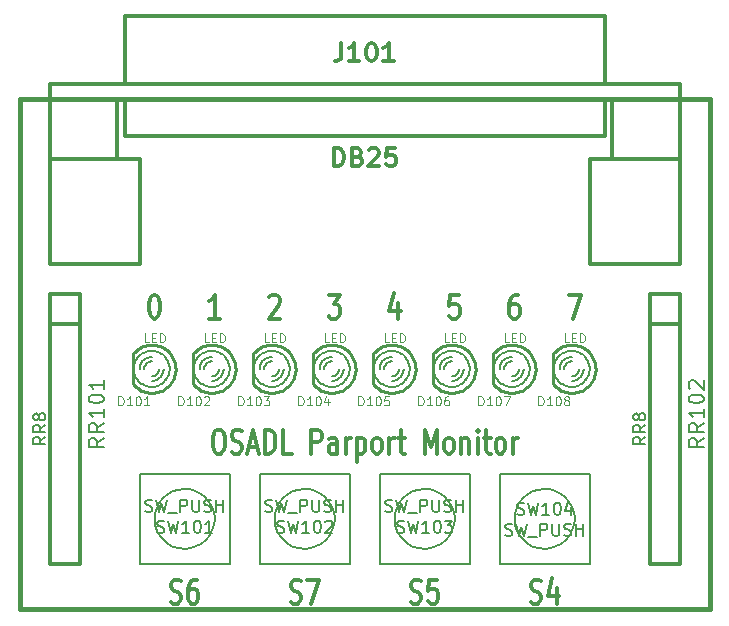
<source format=gto>
G04 (created by PCBNEW-RS274X (2012-01-19 BZR 3256)-stable) date Sun 11 Nov 2012 10:50:56 AM CET*
G01*
G70*
G90*
%MOIN*%
G04 Gerber Fmt 3.4, Leading zero omitted, Abs format*
%FSLAX34Y34*%
G04 APERTURE LIST*
%ADD10C,0.006000*%
%ADD11C,0.012000*%
%ADD12C,0.015000*%
%ADD13C,0.005000*%
%ADD14C,0.010000*%
%ADD15C,0.008000*%
%ADD16C,0.003500*%
G04 APERTURE END LIST*
G54D10*
G54D11*
X63543Y-50786D02*
X63629Y-50824D01*
X63772Y-50824D01*
X63829Y-50786D01*
X63858Y-50748D01*
X63886Y-50671D01*
X63886Y-50595D01*
X63858Y-50519D01*
X63829Y-50481D01*
X63772Y-50443D01*
X63658Y-50405D01*
X63600Y-50367D01*
X63572Y-50329D01*
X63543Y-50252D01*
X63543Y-50176D01*
X63572Y-50100D01*
X63600Y-50062D01*
X63658Y-50024D01*
X63800Y-50024D01*
X63886Y-50062D01*
X64400Y-50290D02*
X64400Y-50824D01*
X64257Y-49986D02*
X64114Y-50557D01*
X64486Y-50557D01*
X59543Y-50786D02*
X59629Y-50824D01*
X59772Y-50824D01*
X59829Y-50786D01*
X59858Y-50748D01*
X59886Y-50671D01*
X59886Y-50595D01*
X59858Y-50519D01*
X59829Y-50481D01*
X59772Y-50443D01*
X59658Y-50405D01*
X59600Y-50367D01*
X59572Y-50329D01*
X59543Y-50252D01*
X59543Y-50176D01*
X59572Y-50100D01*
X59600Y-50062D01*
X59658Y-50024D01*
X59800Y-50024D01*
X59886Y-50062D01*
X60429Y-50024D02*
X60143Y-50024D01*
X60114Y-50405D01*
X60143Y-50367D01*
X60200Y-50329D01*
X60343Y-50329D01*
X60400Y-50367D01*
X60429Y-50405D01*
X60457Y-50481D01*
X60457Y-50671D01*
X60429Y-50748D01*
X60400Y-50786D01*
X60343Y-50824D01*
X60200Y-50824D01*
X60143Y-50786D01*
X60114Y-50748D01*
X55543Y-50786D02*
X55629Y-50824D01*
X55772Y-50824D01*
X55829Y-50786D01*
X55858Y-50748D01*
X55886Y-50671D01*
X55886Y-50595D01*
X55858Y-50519D01*
X55829Y-50481D01*
X55772Y-50443D01*
X55658Y-50405D01*
X55600Y-50367D01*
X55572Y-50329D01*
X55543Y-50252D01*
X55543Y-50176D01*
X55572Y-50100D01*
X55600Y-50062D01*
X55658Y-50024D01*
X55800Y-50024D01*
X55886Y-50062D01*
X56086Y-50024D02*
X56486Y-50024D01*
X56229Y-50824D01*
X51543Y-50786D02*
X51629Y-50824D01*
X51772Y-50824D01*
X51829Y-50786D01*
X51858Y-50748D01*
X51886Y-50671D01*
X51886Y-50595D01*
X51858Y-50519D01*
X51829Y-50481D01*
X51772Y-50443D01*
X51658Y-50405D01*
X51600Y-50367D01*
X51572Y-50329D01*
X51543Y-50252D01*
X51543Y-50176D01*
X51572Y-50100D01*
X51600Y-50062D01*
X51658Y-50024D01*
X51800Y-50024D01*
X51886Y-50062D01*
X52400Y-50024D02*
X52286Y-50024D01*
X52229Y-50062D01*
X52200Y-50100D01*
X52143Y-50214D01*
X52114Y-50367D01*
X52114Y-50671D01*
X52143Y-50748D01*
X52171Y-50786D01*
X52229Y-50824D01*
X52343Y-50824D01*
X52400Y-50786D01*
X52429Y-50748D01*
X52457Y-50671D01*
X52457Y-50481D01*
X52429Y-50405D01*
X52400Y-50367D01*
X52343Y-50329D01*
X52229Y-50329D01*
X52171Y-50367D01*
X52143Y-50405D01*
X52114Y-50481D01*
X64801Y-40524D02*
X65201Y-40524D01*
X64944Y-41324D01*
X63115Y-40524D02*
X63001Y-40524D01*
X62944Y-40562D01*
X62915Y-40600D01*
X62858Y-40714D01*
X62829Y-40867D01*
X62829Y-41171D01*
X62858Y-41248D01*
X62886Y-41286D01*
X62944Y-41324D01*
X63058Y-41324D01*
X63115Y-41286D01*
X63144Y-41248D01*
X63172Y-41171D01*
X63172Y-40981D01*
X63144Y-40905D01*
X63115Y-40867D01*
X63058Y-40829D01*
X62944Y-40829D01*
X62886Y-40867D01*
X62858Y-40905D01*
X62829Y-40981D01*
X61144Y-40524D02*
X60858Y-40524D01*
X60829Y-40905D01*
X60858Y-40867D01*
X60915Y-40829D01*
X61058Y-40829D01*
X61115Y-40867D01*
X61144Y-40905D01*
X61172Y-40981D01*
X61172Y-41171D01*
X61144Y-41248D01*
X61115Y-41286D01*
X61058Y-41324D01*
X60915Y-41324D01*
X60858Y-41286D01*
X60829Y-41248D01*
X59115Y-40790D02*
X59115Y-41324D01*
X58972Y-40486D02*
X58829Y-41057D01*
X59201Y-41057D01*
X56801Y-40524D02*
X57172Y-40524D01*
X56972Y-40829D01*
X57058Y-40829D01*
X57115Y-40867D01*
X57144Y-40905D01*
X57172Y-40981D01*
X57172Y-41171D01*
X57144Y-41248D01*
X57115Y-41286D01*
X57058Y-41324D01*
X56886Y-41324D01*
X56829Y-41286D01*
X56801Y-41248D01*
X54829Y-40600D02*
X54858Y-40562D01*
X54915Y-40524D01*
X55058Y-40524D01*
X55115Y-40562D01*
X55144Y-40600D01*
X55172Y-40676D01*
X55172Y-40752D01*
X55144Y-40867D01*
X54801Y-41324D01*
X55172Y-41324D01*
X53172Y-41324D02*
X52829Y-41324D01*
X53001Y-41324D02*
X53001Y-40524D01*
X52944Y-40638D01*
X52886Y-40714D01*
X52829Y-40752D01*
X50972Y-40524D02*
X51029Y-40524D01*
X51086Y-40562D01*
X51115Y-40600D01*
X51144Y-40676D01*
X51172Y-40829D01*
X51172Y-41019D01*
X51144Y-41171D01*
X51115Y-41248D01*
X51086Y-41286D01*
X51029Y-41324D01*
X50972Y-41324D01*
X50915Y-41286D01*
X50886Y-41248D01*
X50858Y-41171D01*
X50829Y-41019D01*
X50829Y-40829D01*
X50858Y-40676D01*
X50886Y-40600D01*
X50915Y-40562D01*
X50972Y-40524D01*
X53086Y-45024D02*
X53200Y-45024D01*
X53258Y-45062D01*
X53315Y-45138D01*
X53343Y-45290D01*
X53343Y-45557D01*
X53315Y-45710D01*
X53258Y-45786D01*
X53200Y-45824D01*
X53086Y-45824D01*
X53029Y-45786D01*
X52972Y-45710D01*
X52943Y-45557D01*
X52943Y-45290D01*
X52972Y-45138D01*
X53029Y-45062D01*
X53086Y-45024D01*
X53572Y-45786D02*
X53658Y-45824D01*
X53801Y-45824D01*
X53858Y-45786D01*
X53887Y-45748D01*
X53915Y-45671D01*
X53915Y-45595D01*
X53887Y-45519D01*
X53858Y-45481D01*
X53801Y-45443D01*
X53687Y-45405D01*
X53629Y-45367D01*
X53601Y-45329D01*
X53572Y-45252D01*
X53572Y-45176D01*
X53601Y-45100D01*
X53629Y-45062D01*
X53687Y-45024D01*
X53829Y-45024D01*
X53915Y-45062D01*
X54143Y-45595D02*
X54429Y-45595D01*
X54086Y-45824D02*
X54286Y-45024D01*
X54486Y-45824D01*
X54686Y-45824D02*
X54686Y-45024D01*
X54829Y-45024D01*
X54914Y-45062D01*
X54972Y-45138D01*
X55000Y-45214D01*
X55029Y-45367D01*
X55029Y-45481D01*
X55000Y-45633D01*
X54972Y-45710D01*
X54914Y-45786D01*
X54829Y-45824D01*
X54686Y-45824D01*
X55572Y-45824D02*
X55286Y-45824D01*
X55286Y-45024D01*
X56229Y-45824D02*
X56229Y-45024D01*
X56457Y-45024D01*
X56515Y-45062D01*
X56543Y-45100D01*
X56572Y-45176D01*
X56572Y-45290D01*
X56543Y-45367D01*
X56515Y-45405D01*
X56457Y-45443D01*
X56229Y-45443D01*
X57086Y-45824D02*
X57086Y-45405D01*
X57057Y-45329D01*
X57000Y-45290D01*
X56886Y-45290D01*
X56829Y-45329D01*
X57086Y-45786D02*
X57029Y-45824D01*
X56886Y-45824D01*
X56829Y-45786D01*
X56800Y-45710D01*
X56800Y-45633D01*
X56829Y-45557D01*
X56886Y-45519D01*
X57029Y-45519D01*
X57086Y-45481D01*
X57372Y-45824D02*
X57372Y-45290D01*
X57372Y-45443D02*
X57400Y-45367D01*
X57429Y-45329D01*
X57486Y-45290D01*
X57543Y-45290D01*
X57743Y-45290D02*
X57743Y-46090D01*
X57743Y-45329D02*
X57800Y-45290D01*
X57914Y-45290D01*
X57971Y-45329D01*
X58000Y-45367D01*
X58029Y-45443D01*
X58029Y-45671D01*
X58000Y-45748D01*
X57971Y-45786D01*
X57914Y-45824D01*
X57800Y-45824D01*
X57743Y-45786D01*
X58372Y-45824D02*
X58314Y-45786D01*
X58286Y-45748D01*
X58257Y-45671D01*
X58257Y-45443D01*
X58286Y-45367D01*
X58314Y-45329D01*
X58372Y-45290D01*
X58457Y-45290D01*
X58514Y-45329D01*
X58543Y-45367D01*
X58572Y-45443D01*
X58572Y-45671D01*
X58543Y-45748D01*
X58514Y-45786D01*
X58457Y-45824D01*
X58372Y-45824D01*
X58829Y-45824D02*
X58829Y-45290D01*
X58829Y-45443D02*
X58857Y-45367D01*
X58886Y-45329D01*
X58943Y-45290D01*
X59000Y-45290D01*
X59114Y-45290D02*
X59343Y-45290D01*
X59200Y-45024D02*
X59200Y-45710D01*
X59228Y-45786D01*
X59286Y-45824D01*
X59343Y-45824D01*
X60000Y-45824D02*
X60000Y-45024D01*
X60200Y-45595D01*
X60400Y-45024D01*
X60400Y-45824D01*
X60772Y-45824D02*
X60714Y-45786D01*
X60686Y-45748D01*
X60657Y-45671D01*
X60657Y-45443D01*
X60686Y-45367D01*
X60714Y-45329D01*
X60772Y-45290D01*
X60857Y-45290D01*
X60914Y-45329D01*
X60943Y-45367D01*
X60972Y-45443D01*
X60972Y-45671D01*
X60943Y-45748D01*
X60914Y-45786D01*
X60857Y-45824D01*
X60772Y-45824D01*
X61229Y-45290D02*
X61229Y-45824D01*
X61229Y-45367D02*
X61257Y-45329D01*
X61315Y-45290D01*
X61400Y-45290D01*
X61457Y-45329D01*
X61486Y-45405D01*
X61486Y-45824D01*
X61772Y-45824D02*
X61772Y-45290D01*
X61772Y-45024D02*
X61743Y-45062D01*
X61772Y-45100D01*
X61800Y-45062D01*
X61772Y-45024D01*
X61772Y-45100D01*
X61972Y-45290D02*
X62201Y-45290D01*
X62058Y-45024D02*
X62058Y-45710D01*
X62086Y-45786D01*
X62144Y-45824D01*
X62201Y-45824D01*
X62487Y-45824D02*
X62429Y-45786D01*
X62401Y-45748D01*
X62372Y-45671D01*
X62372Y-45443D01*
X62401Y-45367D01*
X62429Y-45329D01*
X62487Y-45290D01*
X62572Y-45290D01*
X62629Y-45329D01*
X62658Y-45367D01*
X62687Y-45443D01*
X62687Y-45671D01*
X62658Y-45748D01*
X62629Y-45786D01*
X62572Y-45824D01*
X62487Y-45824D01*
X62944Y-45824D02*
X62944Y-45290D01*
X62944Y-45443D02*
X62972Y-45367D01*
X63001Y-45329D01*
X63058Y-45290D01*
X63115Y-45290D01*
G54D12*
X69500Y-34000D02*
X69500Y-51000D01*
X46500Y-34000D02*
X69500Y-34000D01*
X46500Y-51000D02*
X46500Y-34000D01*
X46500Y-51000D02*
X69500Y-51000D01*
G54D13*
X53000Y-48000D02*
X52980Y-48194D01*
X52924Y-48381D01*
X52832Y-48553D01*
X52709Y-48704D01*
X52559Y-48829D01*
X52387Y-48921D01*
X52201Y-48979D01*
X52006Y-48999D01*
X51813Y-48982D01*
X51626Y-48927D01*
X51453Y-48836D01*
X51301Y-48714D01*
X51175Y-48564D01*
X51081Y-48393D01*
X51022Y-48207D01*
X51001Y-48013D01*
X51017Y-47820D01*
X51071Y-47632D01*
X51160Y-47459D01*
X51281Y-47306D01*
X51430Y-47179D01*
X51600Y-47084D01*
X51786Y-47024D01*
X51980Y-47001D01*
X52173Y-47016D01*
X52361Y-47068D01*
X52535Y-47156D01*
X52689Y-47276D01*
X52817Y-47424D01*
X52913Y-47594D01*
X52975Y-47779D01*
X52999Y-47973D01*
X53000Y-48000D01*
X53500Y-49500D02*
X50500Y-49500D01*
X50500Y-49500D02*
X50500Y-46500D01*
X50500Y-46500D02*
X53500Y-46500D01*
X53500Y-49500D02*
X53500Y-46500D01*
X57000Y-48000D02*
X56980Y-48194D01*
X56924Y-48381D01*
X56832Y-48553D01*
X56709Y-48704D01*
X56559Y-48829D01*
X56387Y-48921D01*
X56201Y-48979D01*
X56006Y-48999D01*
X55813Y-48982D01*
X55626Y-48927D01*
X55453Y-48836D01*
X55301Y-48714D01*
X55175Y-48564D01*
X55081Y-48393D01*
X55022Y-48207D01*
X55001Y-48013D01*
X55017Y-47820D01*
X55071Y-47632D01*
X55160Y-47459D01*
X55281Y-47306D01*
X55430Y-47179D01*
X55600Y-47084D01*
X55786Y-47024D01*
X55980Y-47001D01*
X56173Y-47016D01*
X56361Y-47068D01*
X56535Y-47156D01*
X56689Y-47276D01*
X56817Y-47424D01*
X56913Y-47594D01*
X56975Y-47779D01*
X56999Y-47973D01*
X57000Y-48000D01*
X57500Y-49500D02*
X54500Y-49500D01*
X54500Y-49500D02*
X54500Y-46500D01*
X54500Y-46500D02*
X57500Y-46500D01*
X57500Y-49500D02*
X57500Y-46500D01*
X61000Y-48000D02*
X60980Y-48194D01*
X60924Y-48381D01*
X60832Y-48553D01*
X60709Y-48704D01*
X60559Y-48829D01*
X60387Y-48921D01*
X60201Y-48979D01*
X60006Y-48999D01*
X59813Y-48982D01*
X59626Y-48927D01*
X59453Y-48836D01*
X59301Y-48714D01*
X59175Y-48564D01*
X59081Y-48393D01*
X59022Y-48207D01*
X59001Y-48013D01*
X59017Y-47820D01*
X59071Y-47632D01*
X59160Y-47459D01*
X59281Y-47306D01*
X59430Y-47179D01*
X59600Y-47084D01*
X59786Y-47024D01*
X59980Y-47001D01*
X60173Y-47016D01*
X60361Y-47068D01*
X60535Y-47156D01*
X60689Y-47276D01*
X60817Y-47424D01*
X60913Y-47594D01*
X60975Y-47779D01*
X60999Y-47973D01*
X61000Y-48000D01*
X61500Y-49500D02*
X58500Y-49500D01*
X58500Y-49500D02*
X58500Y-46500D01*
X58500Y-46500D02*
X61500Y-46500D01*
X61500Y-49500D02*
X61500Y-46500D01*
G54D14*
X50280Y-42500D02*
X50280Y-43500D01*
G54D10*
X51360Y-43384D02*
X51392Y-43342D01*
X51420Y-43298D01*
X51444Y-43251D01*
X51464Y-43203D01*
X51480Y-43153D01*
X51491Y-43102D01*
X51497Y-43050D01*
X51500Y-43000D01*
X51499Y-43000D02*
X51496Y-42948D01*
X51489Y-42896D01*
X51478Y-42845D01*
X51462Y-42796D01*
X51442Y-42747D01*
X51418Y-42701D01*
X51390Y-42657D01*
X51358Y-42615D01*
X51347Y-42603D01*
X50301Y-43000D02*
X50304Y-43052D01*
X50311Y-43104D01*
X50322Y-43155D01*
X50338Y-43204D01*
X50358Y-43253D01*
X50382Y-43299D01*
X50410Y-43343D01*
X50442Y-43385D01*
X50446Y-43389D01*
X50440Y-42616D02*
X50408Y-42658D01*
X50380Y-42702D01*
X50356Y-42749D01*
X50336Y-42797D01*
X50320Y-42847D01*
X50309Y-42898D01*
X50303Y-42950D01*
X50300Y-43000D01*
X50413Y-43349D02*
X50445Y-43390D01*
X50481Y-43428D01*
X50520Y-43463D01*
X50562Y-43495D01*
X50606Y-43522D01*
X50653Y-43546D01*
X50701Y-43565D01*
X50751Y-43581D01*
X50803Y-43591D01*
X50854Y-43598D01*
X50900Y-43600D01*
X50900Y-43600D02*
X50952Y-43597D01*
X51004Y-43590D01*
X51055Y-43579D01*
X51105Y-43563D01*
X51153Y-43543D01*
X51200Y-43519D01*
X51244Y-43491D01*
X51285Y-43459D01*
X51324Y-43424D01*
X51359Y-43385D01*
X51379Y-43360D01*
X50900Y-42401D02*
X50848Y-42404D01*
X50796Y-42411D01*
X50745Y-42422D01*
X50696Y-42438D01*
X50647Y-42458D01*
X50601Y-42482D01*
X50557Y-42510D01*
X50515Y-42542D01*
X50477Y-42577D01*
X50442Y-42615D01*
X50428Y-42633D01*
X51373Y-42632D02*
X51339Y-42592D01*
X51302Y-42555D01*
X51261Y-42522D01*
X51218Y-42492D01*
X51173Y-42466D01*
X51125Y-42445D01*
X51076Y-42427D01*
X51025Y-42414D01*
X50974Y-42405D01*
X50921Y-42401D01*
X50900Y-42400D01*
X50900Y-43250D02*
X50921Y-43249D01*
X50943Y-43246D01*
X50964Y-43241D01*
X50985Y-43234D01*
X51005Y-43226D01*
X51025Y-43216D01*
X51043Y-43204D01*
X51060Y-43191D01*
X51076Y-43176D01*
X51091Y-43160D01*
X51104Y-43143D01*
X51116Y-43124D01*
X51126Y-43105D01*
X51134Y-43085D01*
X51141Y-43064D01*
X51146Y-43043D01*
X51149Y-43021D01*
X51150Y-43000D01*
X50900Y-43400D02*
X50934Y-43398D01*
X50969Y-43393D01*
X51003Y-43386D01*
X51036Y-43375D01*
X51069Y-43362D01*
X51100Y-43346D01*
X51129Y-43327D01*
X51157Y-43306D01*
X51182Y-43282D01*
X51206Y-43257D01*
X51227Y-43229D01*
X51246Y-43199D01*
X51262Y-43169D01*
X51275Y-43136D01*
X51286Y-43103D01*
X51293Y-43069D01*
X51298Y-43034D01*
X51300Y-43000D01*
X50900Y-42750D02*
X50879Y-42751D01*
X50857Y-42754D01*
X50836Y-42759D01*
X50815Y-42766D01*
X50795Y-42774D01*
X50776Y-42784D01*
X50757Y-42796D01*
X50740Y-42809D01*
X50724Y-42824D01*
X50709Y-42840D01*
X50696Y-42857D01*
X50684Y-42876D01*
X50674Y-42895D01*
X50666Y-42915D01*
X50659Y-42936D01*
X50654Y-42957D01*
X50651Y-42979D01*
X50650Y-43000D01*
X50900Y-42600D02*
X50866Y-42602D01*
X50831Y-42607D01*
X50797Y-42614D01*
X50764Y-42625D01*
X50731Y-42638D01*
X50701Y-42654D01*
X50671Y-42673D01*
X50643Y-42694D01*
X50618Y-42718D01*
X50594Y-42743D01*
X50573Y-42771D01*
X50554Y-42801D01*
X50538Y-42831D01*
X50525Y-42864D01*
X50514Y-42897D01*
X50507Y-42931D01*
X50502Y-42966D01*
X50500Y-43000D01*
G54D14*
X50287Y-43513D02*
X50334Y-43564D01*
X50385Y-43611D01*
X50440Y-43654D01*
X50499Y-43692D01*
X50561Y-43724D01*
X50626Y-43751D01*
X50692Y-43772D01*
X50760Y-43787D01*
X50829Y-43796D01*
X50899Y-43799D01*
X50900Y-43800D01*
X50900Y-43799D02*
X50969Y-43795D01*
X51038Y-43786D01*
X51106Y-43771D01*
X51173Y-43750D01*
X51237Y-43724D01*
X51299Y-43691D01*
X51358Y-43654D01*
X51413Y-43612D01*
X51464Y-43564D01*
X51512Y-43513D01*
X51554Y-43458D01*
X51591Y-43399D01*
X51604Y-43376D01*
X50899Y-42203D02*
X50830Y-42206D01*
X50761Y-42215D01*
X50693Y-42230D01*
X50626Y-42251D01*
X50562Y-42278D01*
X50500Y-42310D01*
X50442Y-42348D01*
X50386Y-42390D01*
X50335Y-42437D01*
X50291Y-42485D01*
X51594Y-42603D02*
X51556Y-42544D01*
X51514Y-42488D01*
X51467Y-42437D01*
X51416Y-42389D01*
X51361Y-42347D01*
X51302Y-42309D01*
X51240Y-42277D01*
X51176Y-42250D01*
X51109Y-42228D01*
X51041Y-42213D01*
X50972Y-42204D01*
X50902Y-42201D01*
X50900Y-42200D01*
X51604Y-43379D02*
X51634Y-43316D01*
X51659Y-43251D01*
X51678Y-43184D01*
X51691Y-43115D01*
X51698Y-43046D01*
X51700Y-43000D01*
X51699Y-43000D02*
X51695Y-42931D01*
X51686Y-42862D01*
X51671Y-42794D01*
X51650Y-42727D01*
X51624Y-42663D01*
X51591Y-42601D01*
X51580Y-42582D01*
X52280Y-42500D02*
X52280Y-43500D01*
G54D10*
X53360Y-43384D02*
X53392Y-43342D01*
X53420Y-43298D01*
X53444Y-43251D01*
X53464Y-43203D01*
X53480Y-43153D01*
X53491Y-43102D01*
X53497Y-43050D01*
X53500Y-43000D01*
X53499Y-43000D02*
X53496Y-42948D01*
X53489Y-42896D01*
X53478Y-42845D01*
X53462Y-42796D01*
X53442Y-42747D01*
X53418Y-42701D01*
X53390Y-42657D01*
X53358Y-42615D01*
X53347Y-42603D01*
X52301Y-43000D02*
X52304Y-43052D01*
X52311Y-43104D01*
X52322Y-43155D01*
X52338Y-43204D01*
X52358Y-43253D01*
X52382Y-43299D01*
X52410Y-43343D01*
X52442Y-43385D01*
X52446Y-43389D01*
X52440Y-42616D02*
X52408Y-42658D01*
X52380Y-42702D01*
X52356Y-42749D01*
X52336Y-42797D01*
X52320Y-42847D01*
X52309Y-42898D01*
X52303Y-42950D01*
X52300Y-43000D01*
X52413Y-43349D02*
X52445Y-43390D01*
X52481Y-43428D01*
X52520Y-43463D01*
X52562Y-43495D01*
X52606Y-43522D01*
X52653Y-43546D01*
X52701Y-43565D01*
X52751Y-43581D01*
X52803Y-43591D01*
X52854Y-43598D01*
X52900Y-43600D01*
X52900Y-43600D02*
X52952Y-43597D01*
X53004Y-43590D01*
X53055Y-43579D01*
X53105Y-43563D01*
X53153Y-43543D01*
X53200Y-43519D01*
X53244Y-43491D01*
X53285Y-43459D01*
X53324Y-43424D01*
X53359Y-43385D01*
X53379Y-43360D01*
X52900Y-42401D02*
X52848Y-42404D01*
X52796Y-42411D01*
X52745Y-42422D01*
X52696Y-42438D01*
X52647Y-42458D01*
X52601Y-42482D01*
X52557Y-42510D01*
X52515Y-42542D01*
X52477Y-42577D01*
X52442Y-42615D01*
X52428Y-42633D01*
X53373Y-42632D02*
X53339Y-42592D01*
X53302Y-42555D01*
X53261Y-42522D01*
X53218Y-42492D01*
X53173Y-42466D01*
X53125Y-42445D01*
X53076Y-42427D01*
X53025Y-42414D01*
X52974Y-42405D01*
X52921Y-42401D01*
X52900Y-42400D01*
X52900Y-43250D02*
X52921Y-43249D01*
X52943Y-43246D01*
X52964Y-43241D01*
X52985Y-43234D01*
X53005Y-43226D01*
X53025Y-43216D01*
X53043Y-43204D01*
X53060Y-43191D01*
X53076Y-43176D01*
X53091Y-43160D01*
X53104Y-43143D01*
X53116Y-43124D01*
X53126Y-43105D01*
X53134Y-43085D01*
X53141Y-43064D01*
X53146Y-43043D01*
X53149Y-43021D01*
X53150Y-43000D01*
X52900Y-43400D02*
X52934Y-43398D01*
X52969Y-43393D01*
X53003Y-43386D01*
X53036Y-43375D01*
X53069Y-43362D01*
X53100Y-43346D01*
X53129Y-43327D01*
X53157Y-43306D01*
X53182Y-43282D01*
X53206Y-43257D01*
X53227Y-43229D01*
X53246Y-43199D01*
X53262Y-43169D01*
X53275Y-43136D01*
X53286Y-43103D01*
X53293Y-43069D01*
X53298Y-43034D01*
X53300Y-43000D01*
X52900Y-42750D02*
X52879Y-42751D01*
X52857Y-42754D01*
X52836Y-42759D01*
X52815Y-42766D01*
X52795Y-42774D01*
X52776Y-42784D01*
X52757Y-42796D01*
X52740Y-42809D01*
X52724Y-42824D01*
X52709Y-42840D01*
X52696Y-42857D01*
X52684Y-42876D01*
X52674Y-42895D01*
X52666Y-42915D01*
X52659Y-42936D01*
X52654Y-42957D01*
X52651Y-42979D01*
X52650Y-43000D01*
X52900Y-42600D02*
X52866Y-42602D01*
X52831Y-42607D01*
X52797Y-42614D01*
X52764Y-42625D01*
X52731Y-42638D01*
X52701Y-42654D01*
X52671Y-42673D01*
X52643Y-42694D01*
X52618Y-42718D01*
X52594Y-42743D01*
X52573Y-42771D01*
X52554Y-42801D01*
X52538Y-42831D01*
X52525Y-42864D01*
X52514Y-42897D01*
X52507Y-42931D01*
X52502Y-42966D01*
X52500Y-43000D01*
G54D14*
X52287Y-43513D02*
X52334Y-43564D01*
X52385Y-43611D01*
X52440Y-43654D01*
X52499Y-43692D01*
X52561Y-43724D01*
X52626Y-43751D01*
X52692Y-43772D01*
X52760Y-43787D01*
X52829Y-43796D01*
X52899Y-43799D01*
X52900Y-43800D01*
X52900Y-43799D02*
X52969Y-43795D01*
X53038Y-43786D01*
X53106Y-43771D01*
X53173Y-43750D01*
X53237Y-43724D01*
X53299Y-43691D01*
X53358Y-43654D01*
X53413Y-43612D01*
X53464Y-43564D01*
X53512Y-43513D01*
X53554Y-43458D01*
X53591Y-43399D01*
X53604Y-43376D01*
X52899Y-42203D02*
X52830Y-42206D01*
X52761Y-42215D01*
X52693Y-42230D01*
X52626Y-42251D01*
X52562Y-42278D01*
X52500Y-42310D01*
X52442Y-42348D01*
X52386Y-42390D01*
X52335Y-42437D01*
X52291Y-42485D01*
X53594Y-42603D02*
X53556Y-42544D01*
X53514Y-42488D01*
X53467Y-42437D01*
X53416Y-42389D01*
X53361Y-42347D01*
X53302Y-42309D01*
X53240Y-42277D01*
X53176Y-42250D01*
X53109Y-42228D01*
X53041Y-42213D01*
X52972Y-42204D01*
X52902Y-42201D01*
X52900Y-42200D01*
X53604Y-43379D02*
X53634Y-43316D01*
X53659Y-43251D01*
X53678Y-43184D01*
X53691Y-43115D01*
X53698Y-43046D01*
X53700Y-43000D01*
X53699Y-43000D02*
X53695Y-42931D01*
X53686Y-42862D01*
X53671Y-42794D01*
X53650Y-42727D01*
X53624Y-42663D01*
X53591Y-42601D01*
X53580Y-42582D01*
X54280Y-42500D02*
X54280Y-43500D01*
G54D10*
X55360Y-43384D02*
X55392Y-43342D01*
X55420Y-43298D01*
X55444Y-43251D01*
X55464Y-43203D01*
X55480Y-43153D01*
X55491Y-43102D01*
X55497Y-43050D01*
X55500Y-43000D01*
X55499Y-43000D02*
X55496Y-42948D01*
X55489Y-42896D01*
X55478Y-42845D01*
X55462Y-42796D01*
X55442Y-42747D01*
X55418Y-42701D01*
X55390Y-42657D01*
X55358Y-42615D01*
X55347Y-42603D01*
X54301Y-43000D02*
X54304Y-43052D01*
X54311Y-43104D01*
X54322Y-43155D01*
X54338Y-43204D01*
X54358Y-43253D01*
X54382Y-43299D01*
X54410Y-43343D01*
X54442Y-43385D01*
X54446Y-43389D01*
X54440Y-42616D02*
X54408Y-42658D01*
X54380Y-42702D01*
X54356Y-42749D01*
X54336Y-42797D01*
X54320Y-42847D01*
X54309Y-42898D01*
X54303Y-42950D01*
X54300Y-43000D01*
X54413Y-43349D02*
X54445Y-43390D01*
X54481Y-43428D01*
X54520Y-43463D01*
X54562Y-43495D01*
X54606Y-43522D01*
X54653Y-43546D01*
X54701Y-43565D01*
X54751Y-43581D01*
X54803Y-43591D01*
X54854Y-43598D01*
X54900Y-43600D01*
X54900Y-43600D02*
X54952Y-43597D01*
X55004Y-43590D01*
X55055Y-43579D01*
X55105Y-43563D01*
X55153Y-43543D01*
X55200Y-43519D01*
X55244Y-43491D01*
X55285Y-43459D01*
X55324Y-43424D01*
X55359Y-43385D01*
X55379Y-43360D01*
X54900Y-42401D02*
X54848Y-42404D01*
X54796Y-42411D01*
X54745Y-42422D01*
X54696Y-42438D01*
X54647Y-42458D01*
X54601Y-42482D01*
X54557Y-42510D01*
X54515Y-42542D01*
X54477Y-42577D01*
X54442Y-42615D01*
X54428Y-42633D01*
X55373Y-42632D02*
X55339Y-42592D01*
X55302Y-42555D01*
X55261Y-42522D01*
X55218Y-42492D01*
X55173Y-42466D01*
X55125Y-42445D01*
X55076Y-42427D01*
X55025Y-42414D01*
X54974Y-42405D01*
X54921Y-42401D01*
X54900Y-42400D01*
X54900Y-43250D02*
X54921Y-43249D01*
X54943Y-43246D01*
X54964Y-43241D01*
X54985Y-43234D01*
X55005Y-43226D01*
X55025Y-43216D01*
X55043Y-43204D01*
X55060Y-43191D01*
X55076Y-43176D01*
X55091Y-43160D01*
X55104Y-43143D01*
X55116Y-43124D01*
X55126Y-43105D01*
X55134Y-43085D01*
X55141Y-43064D01*
X55146Y-43043D01*
X55149Y-43021D01*
X55150Y-43000D01*
X54900Y-43400D02*
X54934Y-43398D01*
X54969Y-43393D01*
X55003Y-43386D01*
X55036Y-43375D01*
X55069Y-43362D01*
X55100Y-43346D01*
X55129Y-43327D01*
X55157Y-43306D01*
X55182Y-43282D01*
X55206Y-43257D01*
X55227Y-43229D01*
X55246Y-43199D01*
X55262Y-43169D01*
X55275Y-43136D01*
X55286Y-43103D01*
X55293Y-43069D01*
X55298Y-43034D01*
X55300Y-43000D01*
X54900Y-42750D02*
X54879Y-42751D01*
X54857Y-42754D01*
X54836Y-42759D01*
X54815Y-42766D01*
X54795Y-42774D01*
X54776Y-42784D01*
X54757Y-42796D01*
X54740Y-42809D01*
X54724Y-42824D01*
X54709Y-42840D01*
X54696Y-42857D01*
X54684Y-42876D01*
X54674Y-42895D01*
X54666Y-42915D01*
X54659Y-42936D01*
X54654Y-42957D01*
X54651Y-42979D01*
X54650Y-43000D01*
X54900Y-42600D02*
X54866Y-42602D01*
X54831Y-42607D01*
X54797Y-42614D01*
X54764Y-42625D01*
X54731Y-42638D01*
X54701Y-42654D01*
X54671Y-42673D01*
X54643Y-42694D01*
X54618Y-42718D01*
X54594Y-42743D01*
X54573Y-42771D01*
X54554Y-42801D01*
X54538Y-42831D01*
X54525Y-42864D01*
X54514Y-42897D01*
X54507Y-42931D01*
X54502Y-42966D01*
X54500Y-43000D01*
G54D14*
X54287Y-43513D02*
X54334Y-43564D01*
X54385Y-43611D01*
X54440Y-43654D01*
X54499Y-43692D01*
X54561Y-43724D01*
X54626Y-43751D01*
X54692Y-43772D01*
X54760Y-43787D01*
X54829Y-43796D01*
X54899Y-43799D01*
X54900Y-43800D01*
X54900Y-43799D02*
X54969Y-43795D01*
X55038Y-43786D01*
X55106Y-43771D01*
X55173Y-43750D01*
X55237Y-43724D01*
X55299Y-43691D01*
X55358Y-43654D01*
X55413Y-43612D01*
X55464Y-43564D01*
X55512Y-43513D01*
X55554Y-43458D01*
X55591Y-43399D01*
X55604Y-43376D01*
X54899Y-42203D02*
X54830Y-42206D01*
X54761Y-42215D01*
X54693Y-42230D01*
X54626Y-42251D01*
X54562Y-42278D01*
X54500Y-42310D01*
X54442Y-42348D01*
X54386Y-42390D01*
X54335Y-42437D01*
X54291Y-42485D01*
X55594Y-42603D02*
X55556Y-42544D01*
X55514Y-42488D01*
X55467Y-42437D01*
X55416Y-42389D01*
X55361Y-42347D01*
X55302Y-42309D01*
X55240Y-42277D01*
X55176Y-42250D01*
X55109Y-42228D01*
X55041Y-42213D01*
X54972Y-42204D01*
X54902Y-42201D01*
X54900Y-42200D01*
X55604Y-43379D02*
X55634Y-43316D01*
X55659Y-43251D01*
X55678Y-43184D01*
X55691Y-43115D01*
X55698Y-43046D01*
X55700Y-43000D01*
X55699Y-43000D02*
X55695Y-42931D01*
X55686Y-42862D01*
X55671Y-42794D01*
X55650Y-42727D01*
X55624Y-42663D01*
X55591Y-42601D01*
X55580Y-42582D01*
X56280Y-42500D02*
X56280Y-43500D01*
G54D10*
X57360Y-43384D02*
X57392Y-43342D01*
X57420Y-43298D01*
X57444Y-43251D01*
X57464Y-43203D01*
X57480Y-43153D01*
X57491Y-43102D01*
X57497Y-43050D01*
X57500Y-43000D01*
X57499Y-43000D02*
X57496Y-42948D01*
X57489Y-42896D01*
X57478Y-42845D01*
X57462Y-42796D01*
X57442Y-42747D01*
X57418Y-42701D01*
X57390Y-42657D01*
X57358Y-42615D01*
X57347Y-42603D01*
X56301Y-43000D02*
X56304Y-43052D01*
X56311Y-43104D01*
X56322Y-43155D01*
X56338Y-43204D01*
X56358Y-43253D01*
X56382Y-43299D01*
X56410Y-43343D01*
X56442Y-43385D01*
X56446Y-43389D01*
X56440Y-42616D02*
X56408Y-42658D01*
X56380Y-42702D01*
X56356Y-42749D01*
X56336Y-42797D01*
X56320Y-42847D01*
X56309Y-42898D01*
X56303Y-42950D01*
X56300Y-43000D01*
X56413Y-43349D02*
X56445Y-43390D01*
X56481Y-43428D01*
X56520Y-43463D01*
X56562Y-43495D01*
X56606Y-43522D01*
X56653Y-43546D01*
X56701Y-43565D01*
X56751Y-43581D01*
X56803Y-43591D01*
X56854Y-43598D01*
X56900Y-43600D01*
X56900Y-43600D02*
X56952Y-43597D01*
X57004Y-43590D01*
X57055Y-43579D01*
X57105Y-43563D01*
X57153Y-43543D01*
X57200Y-43519D01*
X57244Y-43491D01*
X57285Y-43459D01*
X57324Y-43424D01*
X57359Y-43385D01*
X57379Y-43360D01*
X56900Y-42401D02*
X56848Y-42404D01*
X56796Y-42411D01*
X56745Y-42422D01*
X56696Y-42438D01*
X56647Y-42458D01*
X56601Y-42482D01*
X56557Y-42510D01*
X56515Y-42542D01*
X56477Y-42577D01*
X56442Y-42615D01*
X56428Y-42633D01*
X57373Y-42632D02*
X57339Y-42592D01*
X57302Y-42555D01*
X57261Y-42522D01*
X57218Y-42492D01*
X57173Y-42466D01*
X57125Y-42445D01*
X57076Y-42427D01*
X57025Y-42414D01*
X56974Y-42405D01*
X56921Y-42401D01*
X56900Y-42400D01*
X56900Y-43250D02*
X56921Y-43249D01*
X56943Y-43246D01*
X56964Y-43241D01*
X56985Y-43234D01*
X57005Y-43226D01*
X57025Y-43216D01*
X57043Y-43204D01*
X57060Y-43191D01*
X57076Y-43176D01*
X57091Y-43160D01*
X57104Y-43143D01*
X57116Y-43124D01*
X57126Y-43105D01*
X57134Y-43085D01*
X57141Y-43064D01*
X57146Y-43043D01*
X57149Y-43021D01*
X57150Y-43000D01*
X56900Y-43400D02*
X56934Y-43398D01*
X56969Y-43393D01*
X57003Y-43386D01*
X57036Y-43375D01*
X57069Y-43362D01*
X57100Y-43346D01*
X57129Y-43327D01*
X57157Y-43306D01*
X57182Y-43282D01*
X57206Y-43257D01*
X57227Y-43229D01*
X57246Y-43199D01*
X57262Y-43169D01*
X57275Y-43136D01*
X57286Y-43103D01*
X57293Y-43069D01*
X57298Y-43034D01*
X57300Y-43000D01*
X56900Y-42750D02*
X56879Y-42751D01*
X56857Y-42754D01*
X56836Y-42759D01*
X56815Y-42766D01*
X56795Y-42774D01*
X56776Y-42784D01*
X56757Y-42796D01*
X56740Y-42809D01*
X56724Y-42824D01*
X56709Y-42840D01*
X56696Y-42857D01*
X56684Y-42876D01*
X56674Y-42895D01*
X56666Y-42915D01*
X56659Y-42936D01*
X56654Y-42957D01*
X56651Y-42979D01*
X56650Y-43000D01*
X56900Y-42600D02*
X56866Y-42602D01*
X56831Y-42607D01*
X56797Y-42614D01*
X56764Y-42625D01*
X56731Y-42638D01*
X56701Y-42654D01*
X56671Y-42673D01*
X56643Y-42694D01*
X56618Y-42718D01*
X56594Y-42743D01*
X56573Y-42771D01*
X56554Y-42801D01*
X56538Y-42831D01*
X56525Y-42864D01*
X56514Y-42897D01*
X56507Y-42931D01*
X56502Y-42966D01*
X56500Y-43000D01*
G54D14*
X56287Y-43513D02*
X56334Y-43564D01*
X56385Y-43611D01*
X56440Y-43654D01*
X56499Y-43692D01*
X56561Y-43724D01*
X56626Y-43751D01*
X56692Y-43772D01*
X56760Y-43787D01*
X56829Y-43796D01*
X56899Y-43799D01*
X56900Y-43800D01*
X56900Y-43799D02*
X56969Y-43795D01*
X57038Y-43786D01*
X57106Y-43771D01*
X57173Y-43750D01*
X57237Y-43724D01*
X57299Y-43691D01*
X57358Y-43654D01*
X57413Y-43612D01*
X57464Y-43564D01*
X57512Y-43513D01*
X57554Y-43458D01*
X57591Y-43399D01*
X57604Y-43376D01*
X56899Y-42203D02*
X56830Y-42206D01*
X56761Y-42215D01*
X56693Y-42230D01*
X56626Y-42251D01*
X56562Y-42278D01*
X56500Y-42310D01*
X56442Y-42348D01*
X56386Y-42390D01*
X56335Y-42437D01*
X56291Y-42485D01*
X57594Y-42603D02*
X57556Y-42544D01*
X57514Y-42488D01*
X57467Y-42437D01*
X57416Y-42389D01*
X57361Y-42347D01*
X57302Y-42309D01*
X57240Y-42277D01*
X57176Y-42250D01*
X57109Y-42228D01*
X57041Y-42213D01*
X56972Y-42204D01*
X56902Y-42201D01*
X56900Y-42200D01*
X57604Y-43379D02*
X57634Y-43316D01*
X57659Y-43251D01*
X57678Y-43184D01*
X57691Y-43115D01*
X57698Y-43046D01*
X57700Y-43000D01*
X57699Y-43000D02*
X57695Y-42931D01*
X57686Y-42862D01*
X57671Y-42794D01*
X57650Y-42727D01*
X57624Y-42663D01*
X57591Y-42601D01*
X57580Y-42582D01*
X58280Y-42500D02*
X58280Y-43500D01*
G54D10*
X59360Y-43384D02*
X59392Y-43342D01*
X59420Y-43298D01*
X59444Y-43251D01*
X59464Y-43203D01*
X59480Y-43153D01*
X59491Y-43102D01*
X59497Y-43050D01*
X59500Y-43000D01*
X59499Y-43000D02*
X59496Y-42948D01*
X59489Y-42896D01*
X59478Y-42845D01*
X59462Y-42796D01*
X59442Y-42747D01*
X59418Y-42701D01*
X59390Y-42657D01*
X59358Y-42615D01*
X59347Y-42603D01*
X58301Y-43000D02*
X58304Y-43052D01*
X58311Y-43104D01*
X58322Y-43155D01*
X58338Y-43204D01*
X58358Y-43253D01*
X58382Y-43299D01*
X58410Y-43343D01*
X58442Y-43385D01*
X58446Y-43389D01*
X58440Y-42616D02*
X58408Y-42658D01*
X58380Y-42702D01*
X58356Y-42749D01*
X58336Y-42797D01*
X58320Y-42847D01*
X58309Y-42898D01*
X58303Y-42950D01*
X58300Y-43000D01*
X58413Y-43349D02*
X58445Y-43390D01*
X58481Y-43428D01*
X58520Y-43463D01*
X58562Y-43495D01*
X58606Y-43522D01*
X58653Y-43546D01*
X58701Y-43565D01*
X58751Y-43581D01*
X58803Y-43591D01*
X58854Y-43598D01*
X58900Y-43600D01*
X58900Y-43600D02*
X58952Y-43597D01*
X59004Y-43590D01*
X59055Y-43579D01*
X59105Y-43563D01*
X59153Y-43543D01*
X59200Y-43519D01*
X59244Y-43491D01*
X59285Y-43459D01*
X59324Y-43424D01*
X59359Y-43385D01*
X59379Y-43360D01*
X58900Y-42401D02*
X58848Y-42404D01*
X58796Y-42411D01*
X58745Y-42422D01*
X58696Y-42438D01*
X58647Y-42458D01*
X58601Y-42482D01*
X58557Y-42510D01*
X58515Y-42542D01*
X58477Y-42577D01*
X58442Y-42615D01*
X58428Y-42633D01*
X59373Y-42632D02*
X59339Y-42592D01*
X59302Y-42555D01*
X59261Y-42522D01*
X59218Y-42492D01*
X59173Y-42466D01*
X59125Y-42445D01*
X59076Y-42427D01*
X59025Y-42414D01*
X58974Y-42405D01*
X58921Y-42401D01*
X58900Y-42400D01*
X58900Y-43250D02*
X58921Y-43249D01*
X58943Y-43246D01*
X58964Y-43241D01*
X58985Y-43234D01*
X59005Y-43226D01*
X59025Y-43216D01*
X59043Y-43204D01*
X59060Y-43191D01*
X59076Y-43176D01*
X59091Y-43160D01*
X59104Y-43143D01*
X59116Y-43124D01*
X59126Y-43105D01*
X59134Y-43085D01*
X59141Y-43064D01*
X59146Y-43043D01*
X59149Y-43021D01*
X59150Y-43000D01*
X58900Y-43400D02*
X58934Y-43398D01*
X58969Y-43393D01*
X59003Y-43386D01*
X59036Y-43375D01*
X59069Y-43362D01*
X59100Y-43346D01*
X59129Y-43327D01*
X59157Y-43306D01*
X59182Y-43282D01*
X59206Y-43257D01*
X59227Y-43229D01*
X59246Y-43199D01*
X59262Y-43169D01*
X59275Y-43136D01*
X59286Y-43103D01*
X59293Y-43069D01*
X59298Y-43034D01*
X59300Y-43000D01*
X58900Y-42750D02*
X58879Y-42751D01*
X58857Y-42754D01*
X58836Y-42759D01*
X58815Y-42766D01*
X58795Y-42774D01*
X58776Y-42784D01*
X58757Y-42796D01*
X58740Y-42809D01*
X58724Y-42824D01*
X58709Y-42840D01*
X58696Y-42857D01*
X58684Y-42876D01*
X58674Y-42895D01*
X58666Y-42915D01*
X58659Y-42936D01*
X58654Y-42957D01*
X58651Y-42979D01*
X58650Y-43000D01*
X58900Y-42600D02*
X58866Y-42602D01*
X58831Y-42607D01*
X58797Y-42614D01*
X58764Y-42625D01*
X58731Y-42638D01*
X58701Y-42654D01*
X58671Y-42673D01*
X58643Y-42694D01*
X58618Y-42718D01*
X58594Y-42743D01*
X58573Y-42771D01*
X58554Y-42801D01*
X58538Y-42831D01*
X58525Y-42864D01*
X58514Y-42897D01*
X58507Y-42931D01*
X58502Y-42966D01*
X58500Y-43000D01*
G54D14*
X58287Y-43513D02*
X58334Y-43564D01*
X58385Y-43611D01*
X58440Y-43654D01*
X58499Y-43692D01*
X58561Y-43724D01*
X58626Y-43751D01*
X58692Y-43772D01*
X58760Y-43787D01*
X58829Y-43796D01*
X58899Y-43799D01*
X58900Y-43800D01*
X58900Y-43799D02*
X58969Y-43795D01*
X59038Y-43786D01*
X59106Y-43771D01*
X59173Y-43750D01*
X59237Y-43724D01*
X59299Y-43691D01*
X59358Y-43654D01*
X59413Y-43612D01*
X59464Y-43564D01*
X59512Y-43513D01*
X59554Y-43458D01*
X59591Y-43399D01*
X59604Y-43376D01*
X58899Y-42203D02*
X58830Y-42206D01*
X58761Y-42215D01*
X58693Y-42230D01*
X58626Y-42251D01*
X58562Y-42278D01*
X58500Y-42310D01*
X58442Y-42348D01*
X58386Y-42390D01*
X58335Y-42437D01*
X58291Y-42485D01*
X59594Y-42603D02*
X59556Y-42544D01*
X59514Y-42488D01*
X59467Y-42437D01*
X59416Y-42389D01*
X59361Y-42347D01*
X59302Y-42309D01*
X59240Y-42277D01*
X59176Y-42250D01*
X59109Y-42228D01*
X59041Y-42213D01*
X58972Y-42204D01*
X58902Y-42201D01*
X58900Y-42200D01*
X59604Y-43379D02*
X59634Y-43316D01*
X59659Y-43251D01*
X59678Y-43184D01*
X59691Y-43115D01*
X59698Y-43046D01*
X59700Y-43000D01*
X59699Y-43000D02*
X59695Y-42931D01*
X59686Y-42862D01*
X59671Y-42794D01*
X59650Y-42727D01*
X59624Y-42663D01*
X59591Y-42601D01*
X59580Y-42582D01*
X60280Y-42500D02*
X60280Y-43500D01*
G54D10*
X61360Y-43384D02*
X61392Y-43342D01*
X61420Y-43298D01*
X61444Y-43251D01*
X61464Y-43203D01*
X61480Y-43153D01*
X61491Y-43102D01*
X61497Y-43050D01*
X61500Y-43000D01*
X61499Y-43000D02*
X61496Y-42948D01*
X61489Y-42896D01*
X61478Y-42845D01*
X61462Y-42796D01*
X61442Y-42747D01*
X61418Y-42701D01*
X61390Y-42657D01*
X61358Y-42615D01*
X61347Y-42603D01*
X60301Y-43000D02*
X60304Y-43052D01*
X60311Y-43104D01*
X60322Y-43155D01*
X60338Y-43204D01*
X60358Y-43253D01*
X60382Y-43299D01*
X60410Y-43343D01*
X60442Y-43385D01*
X60446Y-43389D01*
X60440Y-42616D02*
X60408Y-42658D01*
X60380Y-42702D01*
X60356Y-42749D01*
X60336Y-42797D01*
X60320Y-42847D01*
X60309Y-42898D01*
X60303Y-42950D01*
X60300Y-43000D01*
X60413Y-43349D02*
X60445Y-43390D01*
X60481Y-43428D01*
X60520Y-43463D01*
X60562Y-43495D01*
X60606Y-43522D01*
X60653Y-43546D01*
X60701Y-43565D01*
X60751Y-43581D01*
X60803Y-43591D01*
X60854Y-43598D01*
X60900Y-43600D01*
X60900Y-43600D02*
X60952Y-43597D01*
X61004Y-43590D01*
X61055Y-43579D01*
X61105Y-43563D01*
X61153Y-43543D01*
X61200Y-43519D01*
X61244Y-43491D01*
X61285Y-43459D01*
X61324Y-43424D01*
X61359Y-43385D01*
X61379Y-43360D01*
X60900Y-42401D02*
X60848Y-42404D01*
X60796Y-42411D01*
X60745Y-42422D01*
X60696Y-42438D01*
X60647Y-42458D01*
X60601Y-42482D01*
X60557Y-42510D01*
X60515Y-42542D01*
X60477Y-42577D01*
X60442Y-42615D01*
X60428Y-42633D01*
X61373Y-42632D02*
X61339Y-42592D01*
X61302Y-42555D01*
X61261Y-42522D01*
X61218Y-42492D01*
X61173Y-42466D01*
X61125Y-42445D01*
X61076Y-42427D01*
X61025Y-42414D01*
X60974Y-42405D01*
X60921Y-42401D01*
X60900Y-42400D01*
X60900Y-43250D02*
X60921Y-43249D01*
X60943Y-43246D01*
X60964Y-43241D01*
X60985Y-43234D01*
X61005Y-43226D01*
X61025Y-43216D01*
X61043Y-43204D01*
X61060Y-43191D01*
X61076Y-43176D01*
X61091Y-43160D01*
X61104Y-43143D01*
X61116Y-43124D01*
X61126Y-43105D01*
X61134Y-43085D01*
X61141Y-43064D01*
X61146Y-43043D01*
X61149Y-43021D01*
X61150Y-43000D01*
X60900Y-43400D02*
X60934Y-43398D01*
X60969Y-43393D01*
X61003Y-43386D01*
X61036Y-43375D01*
X61069Y-43362D01*
X61100Y-43346D01*
X61129Y-43327D01*
X61157Y-43306D01*
X61182Y-43282D01*
X61206Y-43257D01*
X61227Y-43229D01*
X61246Y-43199D01*
X61262Y-43169D01*
X61275Y-43136D01*
X61286Y-43103D01*
X61293Y-43069D01*
X61298Y-43034D01*
X61300Y-43000D01*
X60900Y-42750D02*
X60879Y-42751D01*
X60857Y-42754D01*
X60836Y-42759D01*
X60815Y-42766D01*
X60795Y-42774D01*
X60776Y-42784D01*
X60757Y-42796D01*
X60740Y-42809D01*
X60724Y-42824D01*
X60709Y-42840D01*
X60696Y-42857D01*
X60684Y-42876D01*
X60674Y-42895D01*
X60666Y-42915D01*
X60659Y-42936D01*
X60654Y-42957D01*
X60651Y-42979D01*
X60650Y-43000D01*
X60900Y-42600D02*
X60866Y-42602D01*
X60831Y-42607D01*
X60797Y-42614D01*
X60764Y-42625D01*
X60731Y-42638D01*
X60701Y-42654D01*
X60671Y-42673D01*
X60643Y-42694D01*
X60618Y-42718D01*
X60594Y-42743D01*
X60573Y-42771D01*
X60554Y-42801D01*
X60538Y-42831D01*
X60525Y-42864D01*
X60514Y-42897D01*
X60507Y-42931D01*
X60502Y-42966D01*
X60500Y-43000D01*
G54D14*
X60287Y-43513D02*
X60334Y-43564D01*
X60385Y-43611D01*
X60440Y-43654D01*
X60499Y-43692D01*
X60561Y-43724D01*
X60626Y-43751D01*
X60692Y-43772D01*
X60760Y-43787D01*
X60829Y-43796D01*
X60899Y-43799D01*
X60900Y-43800D01*
X60900Y-43799D02*
X60969Y-43795D01*
X61038Y-43786D01*
X61106Y-43771D01*
X61173Y-43750D01*
X61237Y-43724D01*
X61299Y-43691D01*
X61358Y-43654D01*
X61413Y-43612D01*
X61464Y-43564D01*
X61512Y-43513D01*
X61554Y-43458D01*
X61591Y-43399D01*
X61604Y-43376D01*
X60899Y-42203D02*
X60830Y-42206D01*
X60761Y-42215D01*
X60693Y-42230D01*
X60626Y-42251D01*
X60562Y-42278D01*
X60500Y-42310D01*
X60442Y-42348D01*
X60386Y-42390D01*
X60335Y-42437D01*
X60291Y-42485D01*
X61594Y-42603D02*
X61556Y-42544D01*
X61514Y-42488D01*
X61467Y-42437D01*
X61416Y-42389D01*
X61361Y-42347D01*
X61302Y-42309D01*
X61240Y-42277D01*
X61176Y-42250D01*
X61109Y-42228D01*
X61041Y-42213D01*
X60972Y-42204D01*
X60902Y-42201D01*
X60900Y-42200D01*
X61604Y-43379D02*
X61634Y-43316D01*
X61659Y-43251D01*
X61678Y-43184D01*
X61691Y-43115D01*
X61698Y-43046D01*
X61700Y-43000D01*
X61699Y-43000D02*
X61695Y-42931D01*
X61686Y-42862D01*
X61671Y-42794D01*
X61650Y-42727D01*
X61624Y-42663D01*
X61591Y-42601D01*
X61580Y-42582D01*
X62280Y-42500D02*
X62280Y-43500D01*
G54D10*
X63360Y-43384D02*
X63392Y-43342D01*
X63420Y-43298D01*
X63444Y-43251D01*
X63464Y-43203D01*
X63480Y-43153D01*
X63491Y-43102D01*
X63497Y-43050D01*
X63500Y-43000D01*
X63499Y-43000D02*
X63496Y-42948D01*
X63489Y-42896D01*
X63478Y-42845D01*
X63462Y-42796D01*
X63442Y-42747D01*
X63418Y-42701D01*
X63390Y-42657D01*
X63358Y-42615D01*
X63347Y-42603D01*
X62301Y-43000D02*
X62304Y-43052D01*
X62311Y-43104D01*
X62322Y-43155D01*
X62338Y-43204D01*
X62358Y-43253D01*
X62382Y-43299D01*
X62410Y-43343D01*
X62442Y-43385D01*
X62446Y-43389D01*
X62440Y-42616D02*
X62408Y-42658D01*
X62380Y-42702D01*
X62356Y-42749D01*
X62336Y-42797D01*
X62320Y-42847D01*
X62309Y-42898D01*
X62303Y-42950D01*
X62300Y-43000D01*
X62413Y-43349D02*
X62445Y-43390D01*
X62481Y-43428D01*
X62520Y-43463D01*
X62562Y-43495D01*
X62606Y-43522D01*
X62653Y-43546D01*
X62701Y-43565D01*
X62751Y-43581D01*
X62803Y-43591D01*
X62854Y-43598D01*
X62900Y-43600D01*
X62900Y-43600D02*
X62952Y-43597D01*
X63004Y-43590D01*
X63055Y-43579D01*
X63105Y-43563D01*
X63153Y-43543D01*
X63200Y-43519D01*
X63244Y-43491D01*
X63285Y-43459D01*
X63324Y-43424D01*
X63359Y-43385D01*
X63379Y-43360D01*
X62900Y-42401D02*
X62848Y-42404D01*
X62796Y-42411D01*
X62745Y-42422D01*
X62696Y-42438D01*
X62647Y-42458D01*
X62601Y-42482D01*
X62557Y-42510D01*
X62515Y-42542D01*
X62477Y-42577D01*
X62442Y-42615D01*
X62428Y-42633D01*
X63373Y-42632D02*
X63339Y-42592D01*
X63302Y-42555D01*
X63261Y-42522D01*
X63218Y-42492D01*
X63173Y-42466D01*
X63125Y-42445D01*
X63076Y-42427D01*
X63025Y-42414D01*
X62974Y-42405D01*
X62921Y-42401D01*
X62900Y-42400D01*
X62900Y-43250D02*
X62921Y-43249D01*
X62943Y-43246D01*
X62964Y-43241D01*
X62985Y-43234D01*
X63005Y-43226D01*
X63025Y-43216D01*
X63043Y-43204D01*
X63060Y-43191D01*
X63076Y-43176D01*
X63091Y-43160D01*
X63104Y-43143D01*
X63116Y-43124D01*
X63126Y-43105D01*
X63134Y-43085D01*
X63141Y-43064D01*
X63146Y-43043D01*
X63149Y-43021D01*
X63150Y-43000D01*
X62900Y-43400D02*
X62934Y-43398D01*
X62969Y-43393D01*
X63003Y-43386D01*
X63036Y-43375D01*
X63069Y-43362D01*
X63100Y-43346D01*
X63129Y-43327D01*
X63157Y-43306D01*
X63182Y-43282D01*
X63206Y-43257D01*
X63227Y-43229D01*
X63246Y-43199D01*
X63262Y-43169D01*
X63275Y-43136D01*
X63286Y-43103D01*
X63293Y-43069D01*
X63298Y-43034D01*
X63300Y-43000D01*
X62900Y-42750D02*
X62879Y-42751D01*
X62857Y-42754D01*
X62836Y-42759D01*
X62815Y-42766D01*
X62795Y-42774D01*
X62776Y-42784D01*
X62757Y-42796D01*
X62740Y-42809D01*
X62724Y-42824D01*
X62709Y-42840D01*
X62696Y-42857D01*
X62684Y-42876D01*
X62674Y-42895D01*
X62666Y-42915D01*
X62659Y-42936D01*
X62654Y-42957D01*
X62651Y-42979D01*
X62650Y-43000D01*
X62900Y-42600D02*
X62866Y-42602D01*
X62831Y-42607D01*
X62797Y-42614D01*
X62764Y-42625D01*
X62731Y-42638D01*
X62701Y-42654D01*
X62671Y-42673D01*
X62643Y-42694D01*
X62618Y-42718D01*
X62594Y-42743D01*
X62573Y-42771D01*
X62554Y-42801D01*
X62538Y-42831D01*
X62525Y-42864D01*
X62514Y-42897D01*
X62507Y-42931D01*
X62502Y-42966D01*
X62500Y-43000D01*
G54D14*
X62287Y-43513D02*
X62334Y-43564D01*
X62385Y-43611D01*
X62440Y-43654D01*
X62499Y-43692D01*
X62561Y-43724D01*
X62626Y-43751D01*
X62692Y-43772D01*
X62760Y-43787D01*
X62829Y-43796D01*
X62899Y-43799D01*
X62900Y-43800D01*
X62900Y-43799D02*
X62969Y-43795D01*
X63038Y-43786D01*
X63106Y-43771D01*
X63173Y-43750D01*
X63237Y-43724D01*
X63299Y-43691D01*
X63358Y-43654D01*
X63413Y-43612D01*
X63464Y-43564D01*
X63512Y-43513D01*
X63554Y-43458D01*
X63591Y-43399D01*
X63604Y-43376D01*
X62899Y-42203D02*
X62830Y-42206D01*
X62761Y-42215D01*
X62693Y-42230D01*
X62626Y-42251D01*
X62562Y-42278D01*
X62500Y-42310D01*
X62442Y-42348D01*
X62386Y-42390D01*
X62335Y-42437D01*
X62291Y-42485D01*
X63594Y-42603D02*
X63556Y-42544D01*
X63514Y-42488D01*
X63467Y-42437D01*
X63416Y-42389D01*
X63361Y-42347D01*
X63302Y-42309D01*
X63240Y-42277D01*
X63176Y-42250D01*
X63109Y-42228D01*
X63041Y-42213D01*
X62972Y-42204D01*
X62902Y-42201D01*
X62900Y-42200D01*
X63604Y-43379D02*
X63634Y-43316D01*
X63659Y-43251D01*
X63678Y-43184D01*
X63691Y-43115D01*
X63698Y-43046D01*
X63700Y-43000D01*
X63699Y-43000D02*
X63695Y-42931D01*
X63686Y-42862D01*
X63671Y-42794D01*
X63650Y-42727D01*
X63624Y-42663D01*
X63591Y-42601D01*
X63580Y-42582D01*
X64280Y-42500D02*
X64280Y-43500D01*
G54D10*
X65360Y-43384D02*
X65392Y-43342D01*
X65420Y-43298D01*
X65444Y-43251D01*
X65464Y-43203D01*
X65480Y-43153D01*
X65491Y-43102D01*
X65497Y-43050D01*
X65500Y-43000D01*
X65499Y-43000D02*
X65496Y-42948D01*
X65489Y-42896D01*
X65478Y-42845D01*
X65462Y-42796D01*
X65442Y-42747D01*
X65418Y-42701D01*
X65390Y-42657D01*
X65358Y-42615D01*
X65347Y-42603D01*
X64301Y-43000D02*
X64304Y-43052D01*
X64311Y-43104D01*
X64322Y-43155D01*
X64338Y-43204D01*
X64358Y-43253D01*
X64382Y-43299D01*
X64410Y-43343D01*
X64442Y-43385D01*
X64446Y-43389D01*
X64440Y-42616D02*
X64408Y-42658D01*
X64380Y-42702D01*
X64356Y-42749D01*
X64336Y-42797D01*
X64320Y-42847D01*
X64309Y-42898D01*
X64303Y-42950D01*
X64300Y-43000D01*
X64413Y-43349D02*
X64445Y-43390D01*
X64481Y-43428D01*
X64520Y-43463D01*
X64562Y-43495D01*
X64606Y-43522D01*
X64653Y-43546D01*
X64701Y-43565D01*
X64751Y-43581D01*
X64803Y-43591D01*
X64854Y-43598D01*
X64900Y-43600D01*
X64900Y-43600D02*
X64952Y-43597D01*
X65004Y-43590D01*
X65055Y-43579D01*
X65105Y-43563D01*
X65153Y-43543D01*
X65200Y-43519D01*
X65244Y-43491D01*
X65285Y-43459D01*
X65324Y-43424D01*
X65359Y-43385D01*
X65379Y-43360D01*
X64900Y-42401D02*
X64848Y-42404D01*
X64796Y-42411D01*
X64745Y-42422D01*
X64696Y-42438D01*
X64647Y-42458D01*
X64601Y-42482D01*
X64557Y-42510D01*
X64515Y-42542D01*
X64477Y-42577D01*
X64442Y-42615D01*
X64428Y-42633D01*
X65373Y-42632D02*
X65339Y-42592D01*
X65302Y-42555D01*
X65261Y-42522D01*
X65218Y-42492D01*
X65173Y-42466D01*
X65125Y-42445D01*
X65076Y-42427D01*
X65025Y-42414D01*
X64974Y-42405D01*
X64921Y-42401D01*
X64900Y-42400D01*
X64900Y-43250D02*
X64921Y-43249D01*
X64943Y-43246D01*
X64964Y-43241D01*
X64985Y-43234D01*
X65005Y-43226D01*
X65025Y-43216D01*
X65043Y-43204D01*
X65060Y-43191D01*
X65076Y-43176D01*
X65091Y-43160D01*
X65104Y-43143D01*
X65116Y-43124D01*
X65126Y-43105D01*
X65134Y-43085D01*
X65141Y-43064D01*
X65146Y-43043D01*
X65149Y-43021D01*
X65150Y-43000D01*
X64900Y-43400D02*
X64934Y-43398D01*
X64969Y-43393D01*
X65003Y-43386D01*
X65036Y-43375D01*
X65069Y-43362D01*
X65100Y-43346D01*
X65129Y-43327D01*
X65157Y-43306D01*
X65182Y-43282D01*
X65206Y-43257D01*
X65227Y-43229D01*
X65246Y-43199D01*
X65262Y-43169D01*
X65275Y-43136D01*
X65286Y-43103D01*
X65293Y-43069D01*
X65298Y-43034D01*
X65300Y-43000D01*
X64900Y-42750D02*
X64879Y-42751D01*
X64857Y-42754D01*
X64836Y-42759D01*
X64815Y-42766D01*
X64795Y-42774D01*
X64776Y-42784D01*
X64757Y-42796D01*
X64740Y-42809D01*
X64724Y-42824D01*
X64709Y-42840D01*
X64696Y-42857D01*
X64684Y-42876D01*
X64674Y-42895D01*
X64666Y-42915D01*
X64659Y-42936D01*
X64654Y-42957D01*
X64651Y-42979D01*
X64650Y-43000D01*
X64900Y-42600D02*
X64866Y-42602D01*
X64831Y-42607D01*
X64797Y-42614D01*
X64764Y-42625D01*
X64731Y-42638D01*
X64701Y-42654D01*
X64671Y-42673D01*
X64643Y-42694D01*
X64618Y-42718D01*
X64594Y-42743D01*
X64573Y-42771D01*
X64554Y-42801D01*
X64538Y-42831D01*
X64525Y-42864D01*
X64514Y-42897D01*
X64507Y-42931D01*
X64502Y-42966D01*
X64500Y-43000D01*
G54D14*
X64287Y-43513D02*
X64334Y-43564D01*
X64385Y-43611D01*
X64440Y-43654D01*
X64499Y-43692D01*
X64561Y-43724D01*
X64626Y-43751D01*
X64692Y-43772D01*
X64760Y-43787D01*
X64829Y-43796D01*
X64899Y-43799D01*
X64900Y-43800D01*
X64900Y-43799D02*
X64969Y-43795D01*
X65038Y-43786D01*
X65106Y-43771D01*
X65173Y-43750D01*
X65237Y-43724D01*
X65299Y-43691D01*
X65358Y-43654D01*
X65413Y-43612D01*
X65464Y-43564D01*
X65512Y-43513D01*
X65554Y-43458D01*
X65591Y-43399D01*
X65604Y-43376D01*
X64899Y-42203D02*
X64830Y-42206D01*
X64761Y-42215D01*
X64693Y-42230D01*
X64626Y-42251D01*
X64562Y-42278D01*
X64500Y-42310D01*
X64442Y-42348D01*
X64386Y-42390D01*
X64335Y-42437D01*
X64291Y-42485D01*
X65594Y-42603D02*
X65556Y-42544D01*
X65514Y-42488D01*
X65467Y-42437D01*
X65416Y-42389D01*
X65361Y-42347D01*
X65302Y-42309D01*
X65240Y-42277D01*
X65176Y-42250D01*
X65109Y-42228D01*
X65041Y-42213D01*
X64972Y-42204D01*
X64902Y-42201D01*
X64900Y-42200D01*
X65604Y-43379D02*
X65634Y-43316D01*
X65659Y-43251D01*
X65678Y-43184D01*
X65691Y-43115D01*
X65698Y-43046D01*
X65700Y-43000D01*
X65699Y-43000D02*
X65695Y-42931D01*
X65686Y-42862D01*
X65671Y-42794D01*
X65650Y-42727D01*
X65624Y-42663D01*
X65591Y-42601D01*
X65580Y-42582D01*
G54D11*
X68500Y-34000D02*
X68500Y-39500D01*
X65500Y-36000D02*
X65500Y-39500D01*
X66250Y-34000D02*
X66250Y-36000D01*
X49750Y-34000D02*
X49750Y-36000D01*
X50500Y-36000D02*
X50500Y-39500D01*
X47500Y-39500D02*
X47500Y-34000D01*
X68500Y-36000D02*
X65500Y-36000D01*
X47500Y-36000D02*
X50500Y-36000D01*
X66000Y-35250D02*
X66000Y-34000D01*
X50000Y-35250D02*
X50000Y-34000D01*
X66000Y-31250D02*
X66000Y-33500D01*
X50000Y-31250D02*
X50000Y-33500D01*
X68500Y-34000D02*
X68500Y-33500D01*
X68500Y-33500D02*
X47500Y-33500D01*
X47500Y-33500D02*
X47500Y-34000D01*
X47500Y-34000D02*
X68500Y-34000D01*
X65500Y-39500D02*
X68500Y-39500D01*
X50000Y-35250D02*
X66000Y-35250D01*
X50000Y-31250D02*
X66000Y-31250D01*
X47500Y-39500D02*
X50500Y-39500D01*
X48500Y-49500D02*
X47500Y-49500D01*
X47500Y-49500D02*
X47500Y-40500D01*
X47500Y-40500D02*
X48500Y-40500D01*
X48500Y-49500D02*
X48500Y-40500D01*
X48500Y-41500D02*
X47500Y-41500D01*
G54D13*
X65000Y-48000D02*
X64980Y-48194D01*
X64924Y-48381D01*
X64832Y-48553D01*
X64709Y-48704D01*
X64559Y-48829D01*
X64387Y-48921D01*
X64201Y-48979D01*
X64006Y-48999D01*
X63813Y-48982D01*
X63626Y-48927D01*
X63453Y-48836D01*
X63301Y-48714D01*
X63175Y-48564D01*
X63081Y-48393D01*
X63022Y-48207D01*
X63001Y-48013D01*
X63017Y-47820D01*
X63071Y-47632D01*
X63160Y-47459D01*
X63281Y-47306D01*
X63430Y-47179D01*
X63600Y-47084D01*
X63786Y-47024D01*
X63980Y-47001D01*
X64173Y-47016D01*
X64361Y-47068D01*
X64535Y-47156D01*
X64689Y-47276D01*
X64817Y-47424D01*
X64913Y-47594D01*
X64975Y-47779D01*
X64999Y-47973D01*
X65000Y-48000D01*
X62500Y-46500D02*
X65500Y-46500D01*
X65500Y-46500D02*
X65500Y-49500D01*
X65500Y-49500D02*
X62500Y-49500D01*
X62500Y-46500D02*
X62500Y-49500D01*
G54D11*
X68500Y-49500D02*
X67500Y-49500D01*
X67500Y-49500D02*
X67500Y-40500D01*
X67500Y-40500D02*
X68500Y-40500D01*
X68500Y-49500D02*
X68500Y-40500D01*
X68500Y-41500D02*
X67500Y-41500D01*
G54D15*
X51086Y-48443D02*
X51143Y-48462D01*
X51239Y-48462D01*
X51277Y-48443D01*
X51296Y-48424D01*
X51315Y-48386D01*
X51315Y-48348D01*
X51296Y-48310D01*
X51277Y-48290D01*
X51239Y-48271D01*
X51162Y-48252D01*
X51124Y-48233D01*
X51105Y-48214D01*
X51086Y-48176D01*
X51086Y-48138D01*
X51105Y-48100D01*
X51124Y-48081D01*
X51162Y-48062D01*
X51258Y-48062D01*
X51315Y-48081D01*
X51448Y-48062D02*
X51543Y-48462D01*
X51620Y-48176D01*
X51696Y-48462D01*
X51791Y-48062D01*
X52153Y-48462D02*
X51924Y-48462D01*
X52038Y-48462D02*
X52038Y-48062D01*
X52000Y-48119D01*
X51962Y-48157D01*
X51924Y-48176D01*
X52400Y-48062D02*
X52439Y-48062D01*
X52477Y-48081D01*
X52496Y-48100D01*
X52515Y-48138D01*
X52534Y-48214D01*
X52534Y-48310D01*
X52515Y-48386D01*
X52496Y-48424D01*
X52477Y-48443D01*
X52439Y-48462D01*
X52400Y-48462D01*
X52362Y-48443D01*
X52343Y-48424D01*
X52324Y-48386D01*
X52305Y-48310D01*
X52305Y-48214D01*
X52324Y-48138D01*
X52343Y-48100D01*
X52362Y-48081D01*
X52400Y-48062D01*
X52915Y-48462D02*
X52686Y-48462D01*
X52800Y-48462D02*
X52800Y-48062D01*
X52762Y-48119D01*
X52724Y-48157D01*
X52686Y-48176D01*
X50695Y-47743D02*
X50752Y-47762D01*
X50848Y-47762D01*
X50886Y-47743D01*
X50905Y-47724D01*
X50924Y-47686D01*
X50924Y-47648D01*
X50905Y-47610D01*
X50886Y-47590D01*
X50848Y-47571D01*
X50771Y-47552D01*
X50733Y-47533D01*
X50714Y-47514D01*
X50695Y-47476D01*
X50695Y-47438D01*
X50714Y-47400D01*
X50733Y-47381D01*
X50771Y-47362D01*
X50867Y-47362D01*
X50924Y-47381D01*
X51057Y-47362D02*
X51152Y-47762D01*
X51229Y-47476D01*
X51305Y-47762D01*
X51400Y-47362D01*
X51457Y-47800D02*
X51762Y-47800D01*
X51857Y-47762D02*
X51857Y-47362D01*
X52010Y-47362D01*
X52048Y-47381D01*
X52067Y-47400D01*
X52086Y-47438D01*
X52086Y-47495D01*
X52067Y-47533D01*
X52048Y-47552D01*
X52010Y-47571D01*
X51857Y-47571D01*
X52257Y-47362D02*
X52257Y-47686D01*
X52276Y-47724D01*
X52295Y-47743D01*
X52333Y-47762D01*
X52410Y-47762D01*
X52448Y-47743D01*
X52467Y-47724D01*
X52486Y-47686D01*
X52486Y-47362D01*
X52657Y-47743D02*
X52714Y-47762D01*
X52810Y-47762D01*
X52848Y-47743D01*
X52867Y-47724D01*
X52886Y-47686D01*
X52886Y-47648D01*
X52867Y-47610D01*
X52848Y-47590D01*
X52810Y-47571D01*
X52733Y-47552D01*
X52695Y-47533D01*
X52676Y-47514D01*
X52657Y-47476D01*
X52657Y-47438D01*
X52676Y-47400D01*
X52695Y-47381D01*
X52733Y-47362D01*
X52829Y-47362D01*
X52886Y-47381D01*
X53057Y-47762D02*
X53057Y-47362D01*
X53057Y-47552D02*
X53286Y-47552D01*
X53286Y-47762D02*
X53286Y-47362D01*
X55086Y-48443D02*
X55143Y-48462D01*
X55239Y-48462D01*
X55277Y-48443D01*
X55296Y-48424D01*
X55315Y-48386D01*
X55315Y-48348D01*
X55296Y-48310D01*
X55277Y-48290D01*
X55239Y-48271D01*
X55162Y-48252D01*
X55124Y-48233D01*
X55105Y-48214D01*
X55086Y-48176D01*
X55086Y-48138D01*
X55105Y-48100D01*
X55124Y-48081D01*
X55162Y-48062D01*
X55258Y-48062D01*
X55315Y-48081D01*
X55448Y-48062D02*
X55543Y-48462D01*
X55620Y-48176D01*
X55696Y-48462D01*
X55791Y-48062D01*
X56153Y-48462D02*
X55924Y-48462D01*
X56038Y-48462D02*
X56038Y-48062D01*
X56000Y-48119D01*
X55962Y-48157D01*
X55924Y-48176D01*
X56400Y-48062D02*
X56439Y-48062D01*
X56477Y-48081D01*
X56496Y-48100D01*
X56515Y-48138D01*
X56534Y-48214D01*
X56534Y-48310D01*
X56515Y-48386D01*
X56496Y-48424D01*
X56477Y-48443D01*
X56439Y-48462D01*
X56400Y-48462D01*
X56362Y-48443D01*
X56343Y-48424D01*
X56324Y-48386D01*
X56305Y-48310D01*
X56305Y-48214D01*
X56324Y-48138D01*
X56343Y-48100D01*
X56362Y-48081D01*
X56400Y-48062D01*
X56686Y-48100D02*
X56705Y-48081D01*
X56743Y-48062D01*
X56839Y-48062D01*
X56877Y-48081D01*
X56896Y-48100D01*
X56915Y-48138D01*
X56915Y-48176D01*
X56896Y-48233D01*
X56667Y-48462D01*
X56915Y-48462D01*
X54695Y-47743D02*
X54752Y-47762D01*
X54848Y-47762D01*
X54886Y-47743D01*
X54905Y-47724D01*
X54924Y-47686D01*
X54924Y-47648D01*
X54905Y-47610D01*
X54886Y-47590D01*
X54848Y-47571D01*
X54771Y-47552D01*
X54733Y-47533D01*
X54714Y-47514D01*
X54695Y-47476D01*
X54695Y-47438D01*
X54714Y-47400D01*
X54733Y-47381D01*
X54771Y-47362D01*
X54867Y-47362D01*
X54924Y-47381D01*
X55057Y-47362D02*
X55152Y-47762D01*
X55229Y-47476D01*
X55305Y-47762D01*
X55400Y-47362D01*
X55457Y-47800D02*
X55762Y-47800D01*
X55857Y-47762D02*
X55857Y-47362D01*
X56010Y-47362D01*
X56048Y-47381D01*
X56067Y-47400D01*
X56086Y-47438D01*
X56086Y-47495D01*
X56067Y-47533D01*
X56048Y-47552D01*
X56010Y-47571D01*
X55857Y-47571D01*
X56257Y-47362D02*
X56257Y-47686D01*
X56276Y-47724D01*
X56295Y-47743D01*
X56333Y-47762D01*
X56410Y-47762D01*
X56448Y-47743D01*
X56467Y-47724D01*
X56486Y-47686D01*
X56486Y-47362D01*
X56657Y-47743D02*
X56714Y-47762D01*
X56810Y-47762D01*
X56848Y-47743D01*
X56867Y-47724D01*
X56886Y-47686D01*
X56886Y-47648D01*
X56867Y-47610D01*
X56848Y-47590D01*
X56810Y-47571D01*
X56733Y-47552D01*
X56695Y-47533D01*
X56676Y-47514D01*
X56657Y-47476D01*
X56657Y-47438D01*
X56676Y-47400D01*
X56695Y-47381D01*
X56733Y-47362D01*
X56829Y-47362D01*
X56886Y-47381D01*
X57057Y-47762D02*
X57057Y-47362D01*
X57057Y-47552D02*
X57286Y-47552D01*
X57286Y-47762D02*
X57286Y-47362D01*
X59086Y-48443D02*
X59143Y-48462D01*
X59239Y-48462D01*
X59277Y-48443D01*
X59296Y-48424D01*
X59315Y-48386D01*
X59315Y-48348D01*
X59296Y-48310D01*
X59277Y-48290D01*
X59239Y-48271D01*
X59162Y-48252D01*
X59124Y-48233D01*
X59105Y-48214D01*
X59086Y-48176D01*
X59086Y-48138D01*
X59105Y-48100D01*
X59124Y-48081D01*
X59162Y-48062D01*
X59258Y-48062D01*
X59315Y-48081D01*
X59448Y-48062D02*
X59543Y-48462D01*
X59620Y-48176D01*
X59696Y-48462D01*
X59791Y-48062D01*
X60153Y-48462D02*
X59924Y-48462D01*
X60038Y-48462D02*
X60038Y-48062D01*
X60000Y-48119D01*
X59962Y-48157D01*
X59924Y-48176D01*
X60400Y-48062D02*
X60439Y-48062D01*
X60477Y-48081D01*
X60496Y-48100D01*
X60515Y-48138D01*
X60534Y-48214D01*
X60534Y-48310D01*
X60515Y-48386D01*
X60496Y-48424D01*
X60477Y-48443D01*
X60439Y-48462D01*
X60400Y-48462D01*
X60362Y-48443D01*
X60343Y-48424D01*
X60324Y-48386D01*
X60305Y-48310D01*
X60305Y-48214D01*
X60324Y-48138D01*
X60343Y-48100D01*
X60362Y-48081D01*
X60400Y-48062D01*
X60667Y-48062D02*
X60915Y-48062D01*
X60781Y-48214D01*
X60839Y-48214D01*
X60877Y-48233D01*
X60896Y-48252D01*
X60915Y-48290D01*
X60915Y-48386D01*
X60896Y-48424D01*
X60877Y-48443D01*
X60839Y-48462D01*
X60724Y-48462D01*
X60686Y-48443D01*
X60667Y-48424D01*
X58695Y-47743D02*
X58752Y-47762D01*
X58848Y-47762D01*
X58886Y-47743D01*
X58905Y-47724D01*
X58924Y-47686D01*
X58924Y-47648D01*
X58905Y-47610D01*
X58886Y-47590D01*
X58848Y-47571D01*
X58771Y-47552D01*
X58733Y-47533D01*
X58714Y-47514D01*
X58695Y-47476D01*
X58695Y-47438D01*
X58714Y-47400D01*
X58733Y-47381D01*
X58771Y-47362D01*
X58867Y-47362D01*
X58924Y-47381D01*
X59057Y-47362D02*
X59152Y-47762D01*
X59229Y-47476D01*
X59305Y-47762D01*
X59400Y-47362D01*
X59457Y-47800D02*
X59762Y-47800D01*
X59857Y-47762D02*
X59857Y-47362D01*
X60010Y-47362D01*
X60048Y-47381D01*
X60067Y-47400D01*
X60086Y-47438D01*
X60086Y-47495D01*
X60067Y-47533D01*
X60048Y-47552D01*
X60010Y-47571D01*
X59857Y-47571D01*
X60257Y-47362D02*
X60257Y-47686D01*
X60276Y-47724D01*
X60295Y-47743D01*
X60333Y-47762D01*
X60410Y-47762D01*
X60448Y-47743D01*
X60467Y-47724D01*
X60486Y-47686D01*
X60486Y-47362D01*
X60657Y-47743D02*
X60714Y-47762D01*
X60810Y-47762D01*
X60848Y-47743D01*
X60867Y-47724D01*
X60886Y-47686D01*
X60886Y-47648D01*
X60867Y-47610D01*
X60848Y-47590D01*
X60810Y-47571D01*
X60733Y-47552D01*
X60695Y-47533D01*
X60676Y-47514D01*
X60657Y-47476D01*
X60657Y-47438D01*
X60676Y-47400D01*
X60695Y-47381D01*
X60733Y-47362D01*
X60829Y-47362D01*
X60886Y-47381D01*
X61057Y-47762D02*
X61057Y-47362D01*
X61057Y-47552D02*
X61286Y-47552D01*
X61286Y-47762D02*
X61286Y-47362D01*
G54D16*
X49792Y-44221D02*
X49792Y-43921D01*
X49864Y-43921D01*
X49907Y-43936D01*
X49935Y-43964D01*
X49950Y-43993D01*
X49964Y-44050D01*
X49964Y-44093D01*
X49950Y-44150D01*
X49935Y-44179D01*
X49907Y-44207D01*
X49864Y-44221D01*
X49792Y-44221D01*
X50250Y-44221D02*
X50078Y-44221D01*
X50164Y-44221D02*
X50164Y-43921D01*
X50135Y-43964D01*
X50107Y-43993D01*
X50078Y-44007D01*
X50436Y-43921D02*
X50464Y-43921D01*
X50493Y-43936D01*
X50507Y-43950D01*
X50521Y-43979D01*
X50536Y-44036D01*
X50536Y-44107D01*
X50521Y-44164D01*
X50507Y-44193D01*
X50493Y-44207D01*
X50464Y-44221D01*
X50436Y-44221D01*
X50407Y-44207D01*
X50393Y-44193D01*
X50378Y-44164D01*
X50364Y-44107D01*
X50364Y-44036D01*
X50378Y-43979D01*
X50393Y-43950D01*
X50407Y-43936D01*
X50436Y-43921D01*
X50822Y-44221D02*
X50650Y-44221D01*
X50736Y-44221D02*
X50736Y-43921D01*
X50707Y-43964D01*
X50679Y-43993D01*
X50650Y-44007D01*
X50807Y-42121D02*
X50664Y-42121D01*
X50664Y-41821D01*
X50907Y-41964D02*
X51007Y-41964D01*
X51050Y-42121D02*
X50907Y-42121D01*
X50907Y-41821D01*
X51050Y-41821D01*
X51178Y-42121D02*
X51178Y-41821D01*
X51250Y-41821D01*
X51293Y-41836D01*
X51321Y-41864D01*
X51336Y-41893D01*
X51350Y-41950D01*
X51350Y-41993D01*
X51336Y-42050D01*
X51321Y-42079D01*
X51293Y-42107D01*
X51250Y-42121D01*
X51178Y-42121D01*
X51792Y-44221D02*
X51792Y-43921D01*
X51864Y-43921D01*
X51907Y-43936D01*
X51935Y-43964D01*
X51950Y-43993D01*
X51964Y-44050D01*
X51964Y-44093D01*
X51950Y-44150D01*
X51935Y-44179D01*
X51907Y-44207D01*
X51864Y-44221D01*
X51792Y-44221D01*
X52250Y-44221D02*
X52078Y-44221D01*
X52164Y-44221D02*
X52164Y-43921D01*
X52135Y-43964D01*
X52107Y-43993D01*
X52078Y-44007D01*
X52436Y-43921D02*
X52464Y-43921D01*
X52493Y-43936D01*
X52507Y-43950D01*
X52521Y-43979D01*
X52536Y-44036D01*
X52536Y-44107D01*
X52521Y-44164D01*
X52507Y-44193D01*
X52493Y-44207D01*
X52464Y-44221D01*
X52436Y-44221D01*
X52407Y-44207D01*
X52393Y-44193D01*
X52378Y-44164D01*
X52364Y-44107D01*
X52364Y-44036D01*
X52378Y-43979D01*
X52393Y-43950D01*
X52407Y-43936D01*
X52436Y-43921D01*
X52650Y-43950D02*
X52664Y-43936D01*
X52693Y-43921D01*
X52764Y-43921D01*
X52793Y-43936D01*
X52807Y-43950D01*
X52822Y-43979D01*
X52822Y-44007D01*
X52807Y-44050D01*
X52636Y-44221D01*
X52822Y-44221D01*
X52807Y-42121D02*
X52664Y-42121D01*
X52664Y-41821D01*
X52907Y-41964D02*
X53007Y-41964D01*
X53050Y-42121D02*
X52907Y-42121D01*
X52907Y-41821D01*
X53050Y-41821D01*
X53178Y-42121D02*
X53178Y-41821D01*
X53250Y-41821D01*
X53293Y-41836D01*
X53321Y-41864D01*
X53336Y-41893D01*
X53350Y-41950D01*
X53350Y-41993D01*
X53336Y-42050D01*
X53321Y-42079D01*
X53293Y-42107D01*
X53250Y-42121D01*
X53178Y-42121D01*
X53792Y-44221D02*
X53792Y-43921D01*
X53864Y-43921D01*
X53907Y-43936D01*
X53935Y-43964D01*
X53950Y-43993D01*
X53964Y-44050D01*
X53964Y-44093D01*
X53950Y-44150D01*
X53935Y-44179D01*
X53907Y-44207D01*
X53864Y-44221D01*
X53792Y-44221D01*
X54250Y-44221D02*
X54078Y-44221D01*
X54164Y-44221D02*
X54164Y-43921D01*
X54135Y-43964D01*
X54107Y-43993D01*
X54078Y-44007D01*
X54436Y-43921D02*
X54464Y-43921D01*
X54493Y-43936D01*
X54507Y-43950D01*
X54521Y-43979D01*
X54536Y-44036D01*
X54536Y-44107D01*
X54521Y-44164D01*
X54507Y-44193D01*
X54493Y-44207D01*
X54464Y-44221D01*
X54436Y-44221D01*
X54407Y-44207D01*
X54393Y-44193D01*
X54378Y-44164D01*
X54364Y-44107D01*
X54364Y-44036D01*
X54378Y-43979D01*
X54393Y-43950D01*
X54407Y-43936D01*
X54436Y-43921D01*
X54636Y-43921D02*
X54822Y-43921D01*
X54722Y-44036D01*
X54764Y-44036D01*
X54793Y-44050D01*
X54807Y-44064D01*
X54822Y-44093D01*
X54822Y-44164D01*
X54807Y-44193D01*
X54793Y-44207D01*
X54764Y-44221D01*
X54679Y-44221D01*
X54650Y-44207D01*
X54636Y-44193D01*
X54807Y-42121D02*
X54664Y-42121D01*
X54664Y-41821D01*
X54907Y-41964D02*
X55007Y-41964D01*
X55050Y-42121D02*
X54907Y-42121D01*
X54907Y-41821D01*
X55050Y-41821D01*
X55178Y-42121D02*
X55178Y-41821D01*
X55250Y-41821D01*
X55293Y-41836D01*
X55321Y-41864D01*
X55336Y-41893D01*
X55350Y-41950D01*
X55350Y-41993D01*
X55336Y-42050D01*
X55321Y-42079D01*
X55293Y-42107D01*
X55250Y-42121D01*
X55178Y-42121D01*
X55792Y-44221D02*
X55792Y-43921D01*
X55864Y-43921D01*
X55907Y-43936D01*
X55935Y-43964D01*
X55950Y-43993D01*
X55964Y-44050D01*
X55964Y-44093D01*
X55950Y-44150D01*
X55935Y-44179D01*
X55907Y-44207D01*
X55864Y-44221D01*
X55792Y-44221D01*
X56250Y-44221D02*
X56078Y-44221D01*
X56164Y-44221D02*
X56164Y-43921D01*
X56135Y-43964D01*
X56107Y-43993D01*
X56078Y-44007D01*
X56436Y-43921D02*
X56464Y-43921D01*
X56493Y-43936D01*
X56507Y-43950D01*
X56521Y-43979D01*
X56536Y-44036D01*
X56536Y-44107D01*
X56521Y-44164D01*
X56507Y-44193D01*
X56493Y-44207D01*
X56464Y-44221D01*
X56436Y-44221D01*
X56407Y-44207D01*
X56393Y-44193D01*
X56378Y-44164D01*
X56364Y-44107D01*
X56364Y-44036D01*
X56378Y-43979D01*
X56393Y-43950D01*
X56407Y-43936D01*
X56436Y-43921D01*
X56793Y-44021D02*
X56793Y-44221D01*
X56722Y-43907D02*
X56650Y-44121D01*
X56836Y-44121D01*
X56807Y-42121D02*
X56664Y-42121D01*
X56664Y-41821D01*
X56907Y-41964D02*
X57007Y-41964D01*
X57050Y-42121D02*
X56907Y-42121D01*
X56907Y-41821D01*
X57050Y-41821D01*
X57178Y-42121D02*
X57178Y-41821D01*
X57250Y-41821D01*
X57293Y-41836D01*
X57321Y-41864D01*
X57336Y-41893D01*
X57350Y-41950D01*
X57350Y-41993D01*
X57336Y-42050D01*
X57321Y-42079D01*
X57293Y-42107D01*
X57250Y-42121D01*
X57178Y-42121D01*
X57792Y-44221D02*
X57792Y-43921D01*
X57864Y-43921D01*
X57907Y-43936D01*
X57935Y-43964D01*
X57950Y-43993D01*
X57964Y-44050D01*
X57964Y-44093D01*
X57950Y-44150D01*
X57935Y-44179D01*
X57907Y-44207D01*
X57864Y-44221D01*
X57792Y-44221D01*
X58250Y-44221D02*
X58078Y-44221D01*
X58164Y-44221D02*
X58164Y-43921D01*
X58135Y-43964D01*
X58107Y-43993D01*
X58078Y-44007D01*
X58436Y-43921D02*
X58464Y-43921D01*
X58493Y-43936D01*
X58507Y-43950D01*
X58521Y-43979D01*
X58536Y-44036D01*
X58536Y-44107D01*
X58521Y-44164D01*
X58507Y-44193D01*
X58493Y-44207D01*
X58464Y-44221D01*
X58436Y-44221D01*
X58407Y-44207D01*
X58393Y-44193D01*
X58378Y-44164D01*
X58364Y-44107D01*
X58364Y-44036D01*
X58378Y-43979D01*
X58393Y-43950D01*
X58407Y-43936D01*
X58436Y-43921D01*
X58807Y-43921D02*
X58664Y-43921D01*
X58650Y-44064D01*
X58664Y-44050D01*
X58693Y-44036D01*
X58764Y-44036D01*
X58793Y-44050D01*
X58807Y-44064D01*
X58822Y-44093D01*
X58822Y-44164D01*
X58807Y-44193D01*
X58793Y-44207D01*
X58764Y-44221D01*
X58693Y-44221D01*
X58664Y-44207D01*
X58650Y-44193D01*
X58807Y-42121D02*
X58664Y-42121D01*
X58664Y-41821D01*
X58907Y-41964D02*
X59007Y-41964D01*
X59050Y-42121D02*
X58907Y-42121D01*
X58907Y-41821D01*
X59050Y-41821D01*
X59178Y-42121D02*
X59178Y-41821D01*
X59250Y-41821D01*
X59293Y-41836D01*
X59321Y-41864D01*
X59336Y-41893D01*
X59350Y-41950D01*
X59350Y-41993D01*
X59336Y-42050D01*
X59321Y-42079D01*
X59293Y-42107D01*
X59250Y-42121D01*
X59178Y-42121D01*
X59792Y-44221D02*
X59792Y-43921D01*
X59864Y-43921D01*
X59907Y-43936D01*
X59935Y-43964D01*
X59950Y-43993D01*
X59964Y-44050D01*
X59964Y-44093D01*
X59950Y-44150D01*
X59935Y-44179D01*
X59907Y-44207D01*
X59864Y-44221D01*
X59792Y-44221D01*
X60250Y-44221D02*
X60078Y-44221D01*
X60164Y-44221D02*
X60164Y-43921D01*
X60135Y-43964D01*
X60107Y-43993D01*
X60078Y-44007D01*
X60436Y-43921D02*
X60464Y-43921D01*
X60493Y-43936D01*
X60507Y-43950D01*
X60521Y-43979D01*
X60536Y-44036D01*
X60536Y-44107D01*
X60521Y-44164D01*
X60507Y-44193D01*
X60493Y-44207D01*
X60464Y-44221D01*
X60436Y-44221D01*
X60407Y-44207D01*
X60393Y-44193D01*
X60378Y-44164D01*
X60364Y-44107D01*
X60364Y-44036D01*
X60378Y-43979D01*
X60393Y-43950D01*
X60407Y-43936D01*
X60436Y-43921D01*
X60793Y-43921D02*
X60736Y-43921D01*
X60707Y-43936D01*
X60693Y-43950D01*
X60664Y-43993D01*
X60650Y-44050D01*
X60650Y-44164D01*
X60664Y-44193D01*
X60679Y-44207D01*
X60707Y-44221D01*
X60764Y-44221D01*
X60793Y-44207D01*
X60807Y-44193D01*
X60822Y-44164D01*
X60822Y-44093D01*
X60807Y-44064D01*
X60793Y-44050D01*
X60764Y-44036D01*
X60707Y-44036D01*
X60679Y-44050D01*
X60664Y-44064D01*
X60650Y-44093D01*
X60807Y-42121D02*
X60664Y-42121D01*
X60664Y-41821D01*
X60907Y-41964D02*
X61007Y-41964D01*
X61050Y-42121D02*
X60907Y-42121D01*
X60907Y-41821D01*
X61050Y-41821D01*
X61178Y-42121D02*
X61178Y-41821D01*
X61250Y-41821D01*
X61293Y-41836D01*
X61321Y-41864D01*
X61336Y-41893D01*
X61350Y-41950D01*
X61350Y-41993D01*
X61336Y-42050D01*
X61321Y-42079D01*
X61293Y-42107D01*
X61250Y-42121D01*
X61178Y-42121D01*
X61792Y-44221D02*
X61792Y-43921D01*
X61864Y-43921D01*
X61907Y-43936D01*
X61935Y-43964D01*
X61950Y-43993D01*
X61964Y-44050D01*
X61964Y-44093D01*
X61950Y-44150D01*
X61935Y-44179D01*
X61907Y-44207D01*
X61864Y-44221D01*
X61792Y-44221D01*
X62250Y-44221D02*
X62078Y-44221D01*
X62164Y-44221D02*
X62164Y-43921D01*
X62135Y-43964D01*
X62107Y-43993D01*
X62078Y-44007D01*
X62436Y-43921D02*
X62464Y-43921D01*
X62493Y-43936D01*
X62507Y-43950D01*
X62521Y-43979D01*
X62536Y-44036D01*
X62536Y-44107D01*
X62521Y-44164D01*
X62507Y-44193D01*
X62493Y-44207D01*
X62464Y-44221D01*
X62436Y-44221D01*
X62407Y-44207D01*
X62393Y-44193D01*
X62378Y-44164D01*
X62364Y-44107D01*
X62364Y-44036D01*
X62378Y-43979D01*
X62393Y-43950D01*
X62407Y-43936D01*
X62436Y-43921D01*
X62636Y-43921D02*
X62836Y-43921D01*
X62707Y-44221D01*
X62807Y-42121D02*
X62664Y-42121D01*
X62664Y-41821D01*
X62907Y-41964D02*
X63007Y-41964D01*
X63050Y-42121D02*
X62907Y-42121D01*
X62907Y-41821D01*
X63050Y-41821D01*
X63178Y-42121D02*
X63178Y-41821D01*
X63250Y-41821D01*
X63293Y-41836D01*
X63321Y-41864D01*
X63336Y-41893D01*
X63350Y-41950D01*
X63350Y-41993D01*
X63336Y-42050D01*
X63321Y-42079D01*
X63293Y-42107D01*
X63250Y-42121D01*
X63178Y-42121D01*
X63792Y-44221D02*
X63792Y-43921D01*
X63864Y-43921D01*
X63907Y-43936D01*
X63935Y-43964D01*
X63950Y-43993D01*
X63964Y-44050D01*
X63964Y-44093D01*
X63950Y-44150D01*
X63935Y-44179D01*
X63907Y-44207D01*
X63864Y-44221D01*
X63792Y-44221D01*
X64250Y-44221D02*
X64078Y-44221D01*
X64164Y-44221D02*
X64164Y-43921D01*
X64135Y-43964D01*
X64107Y-43993D01*
X64078Y-44007D01*
X64436Y-43921D02*
X64464Y-43921D01*
X64493Y-43936D01*
X64507Y-43950D01*
X64521Y-43979D01*
X64536Y-44036D01*
X64536Y-44107D01*
X64521Y-44164D01*
X64507Y-44193D01*
X64493Y-44207D01*
X64464Y-44221D01*
X64436Y-44221D01*
X64407Y-44207D01*
X64393Y-44193D01*
X64378Y-44164D01*
X64364Y-44107D01*
X64364Y-44036D01*
X64378Y-43979D01*
X64393Y-43950D01*
X64407Y-43936D01*
X64436Y-43921D01*
X64707Y-44050D02*
X64679Y-44036D01*
X64664Y-44021D01*
X64650Y-43993D01*
X64650Y-43979D01*
X64664Y-43950D01*
X64679Y-43936D01*
X64707Y-43921D01*
X64764Y-43921D01*
X64793Y-43936D01*
X64807Y-43950D01*
X64822Y-43979D01*
X64822Y-43993D01*
X64807Y-44021D01*
X64793Y-44036D01*
X64764Y-44050D01*
X64707Y-44050D01*
X64679Y-44064D01*
X64664Y-44079D01*
X64650Y-44107D01*
X64650Y-44164D01*
X64664Y-44193D01*
X64679Y-44207D01*
X64707Y-44221D01*
X64764Y-44221D01*
X64793Y-44207D01*
X64807Y-44193D01*
X64822Y-44164D01*
X64822Y-44107D01*
X64807Y-44079D01*
X64793Y-44064D01*
X64764Y-44050D01*
X64807Y-42121D02*
X64664Y-42121D01*
X64664Y-41821D01*
X64907Y-41964D02*
X65007Y-41964D01*
X65050Y-42121D02*
X64907Y-42121D01*
X64907Y-41821D01*
X65050Y-41821D01*
X65178Y-42121D02*
X65178Y-41821D01*
X65250Y-41821D01*
X65293Y-41836D01*
X65321Y-41864D01*
X65336Y-41893D01*
X65350Y-41950D01*
X65350Y-41993D01*
X65336Y-42050D01*
X65321Y-42079D01*
X65293Y-42107D01*
X65250Y-42121D01*
X65178Y-42121D01*
G54D11*
X57229Y-32143D02*
X57229Y-32571D01*
X57201Y-32657D01*
X57144Y-32714D01*
X57058Y-32743D01*
X57001Y-32743D01*
X57829Y-32743D02*
X57486Y-32743D01*
X57658Y-32743D02*
X57658Y-32143D01*
X57601Y-32229D01*
X57543Y-32286D01*
X57486Y-32314D01*
X58200Y-32143D02*
X58257Y-32143D01*
X58314Y-32171D01*
X58343Y-32200D01*
X58372Y-32257D01*
X58400Y-32371D01*
X58400Y-32514D01*
X58372Y-32629D01*
X58343Y-32686D01*
X58314Y-32714D01*
X58257Y-32743D01*
X58200Y-32743D01*
X58143Y-32714D01*
X58114Y-32686D01*
X58086Y-32629D01*
X58057Y-32514D01*
X58057Y-32371D01*
X58086Y-32257D01*
X58114Y-32200D01*
X58143Y-32171D01*
X58200Y-32143D01*
X58971Y-32743D02*
X58628Y-32743D01*
X58800Y-32743D02*
X58800Y-32143D01*
X58743Y-32229D01*
X58685Y-32286D01*
X58628Y-32314D01*
X56972Y-36243D02*
X56972Y-35643D01*
X57115Y-35643D01*
X57200Y-35671D01*
X57258Y-35729D01*
X57286Y-35786D01*
X57315Y-35900D01*
X57315Y-35986D01*
X57286Y-36100D01*
X57258Y-36157D01*
X57200Y-36214D01*
X57115Y-36243D01*
X56972Y-36243D01*
X57772Y-35929D02*
X57858Y-35957D01*
X57886Y-35986D01*
X57915Y-36043D01*
X57915Y-36129D01*
X57886Y-36186D01*
X57858Y-36214D01*
X57800Y-36243D01*
X57572Y-36243D01*
X57572Y-35643D01*
X57772Y-35643D01*
X57829Y-35671D01*
X57858Y-35700D01*
X57886Y-35757D01*
X57886Y-35814D01*
X57858Y-35871D01*
X57829Y-35900D01*
X57772Y-35929D01*
X57572Y-35929D01*
X58143Y-35700D02*
X58172Y-35671D01*
X58229Y-35643D01*
X58372Y-35643D01*
X58429Y-35671D01*
X58458Y-35700D01*
X58486Y-35757D01*
X58486Y-35814D01*
X58458Y-35900D01*
X58115Y-36243D01*
X58486Y-36243D01*
X59029Y-35643D02*
X58743Y-35643D01*
X58714Y-35929D01*
X58743Y-35900D01*
X58800Y-35871D01*
X58943Y-35871D01*
X59000Y-35900D01*
X59029Y-35929D01*
X59057Y-35986D01*
X59057Y-36129D01*
X59029Y-36186D01*
X59000Y-36214D01*
X58943Y-36243D01*
X58800Y-36243D01*
X58743Y-36214D01*
X58714Y-36186D01*
G54D15*
X49302Y-45309D02*
X49064Y-45476D01*
X49302Y-45595D02*
X48802Y-45595D01*
X48802Y-45404D01*
X48826Y-45357D01*
X48850Y-45333D01*
X48898Y-45309D01*
X48969Y-45309D01*
X49017Y-45333D01*
X49040Y-45357D01*
X49064Y-45404D01*
X49064Y-45595D01*
X49302Y-44809D02*
X49064Y-44976D01*
X49302Y-45095D02*
X48802Y-45095D01*
X48802Y-44904D01*
X48826Y-44857D01*
X48850Y-44833D01*
X48898Y-44809D01*
X48969Y-44809D01*
X49017Y-44833D01*
X49040Y-44857D01*
X49064Y-44904D01*
X49064Y-45095D01*
X49302Y-44333D02*
X49302Y-44619D01*
X49302Y-44476D02*
X48802Y-44476D01*
X48874Y-44524D01*
X48921Y-44571D01*
X48945Y-44619D01*
X48802Y-44024D02*
X48802Y-43976D01*
X48826Y-43928D01*
X48850Y-43905D01*
X48898Y-43881D01*
X48993Y-43857D01*
X49112Y-43857D01*
X49207Y-43881D01*
X49255Y-43905D01*
X49279Y-43928D01*
X49302Y-43976D01*
X49302Y-44024D01*
X49279Y-44071D01*
X49255Y-44095D01*
X49207Y-44119D01*
X49112Y-44143D01*
X48993Y-44143D01*
X48898Y-44119D01*
X48850Y-44095D01*
X48826Y-44071D01*
X48802Y-44024D01*
X49302Y-43381D02*
X49302Y-43667D01*
X49302Y-43524D02*
X48802Y-43524D01*
X48874Y-43572D01*
X48921Y-43619D01*
X48945Y-43667D01*
X47362Y-45266D02*
X47171Y-45400D01*
X47362Y-45495D02*
X46962Y-45495D01*
X46962Y-45342D01*
X46981Y-45304D01*
X47000Y-45285D01*
X47038Y-45266D01*
X47095Y-45266D01*
X47133Y-45285D01*
X47152Y-45304D01*
X47171Y-45342D01*
X47171Y-45495D01*
X47362Y-44866D02*
X47171Y-45000D01*
X47362Y-45095D02*
X46962Y-45095D01*
X46962Y-44942D01*
X46981Y-44904D01*
X47000Y-44885D01*
X47038Y-44866D01*
X47095Y-44866D01*
X47133Y-44885D01*
X47152Y-44904D01*
X47171Y-44942D01*
X47171Y-45095D01*
X47133Y-44638D02*
X47114Y-44676D01*
X47095Y-44695D01*
X47057Y-44714D01*
X47038Y-44714D01*
X47000Y-44695D01*
X46981Y-44676D01*
X46962Y-44638D01*
X46962Y-44561D01*
X46981Y-44523D01*
X47000Y-44504D01*
X47038Y-44485D01*
X47057Y-44485D01*
X47095Y-44504D01*
X47114Y-44523D01*
X47133Y-44561D01*
X47133Y-44638D01*
X47152Y-44676D01*
X47171Y-44695D01*
X47210Y-44714D01*
X47286Y-44714D01*
X47324Y-44695D01*
X47343Y-44676D01*
X47362Y-44638D01*
X47362Y-44561D01*
X47343Y-44523D01*
X47324Y-44504D01*
X47286Y-44485D01*
X47210Y-44485D01*
X47171Y-44504D01*
X47152Y-44523D01*
X47133Y-44561D01*
X63086Y-47843D02*
X63143Y-47862D01*
X63239Y-47862D01*
X63277Y-47843D01*
X63296Y-47824D01*
X63315Y-47786D01*
X63315Y-47748D01*
X63296Y-47710D01*
X63277Y-47690D01*
X63239Y-47671D01*
X63162Y-47652D01*
X63124Y-47633D01*
X63105Y-47614D01*
X63086Y-47576D01*
X63086Y-47538D01*
X63105Y-47500D01*
X63124Y-47481D01*
X63162Y-47462D01*
X63258Y-47462D01*
X63315Y-47481D01*
X63448Y-47462D02*
X63543Y-47862D01*
X63620Y-47576D01*
X63696Y-47862D01*
X63791Y-47462D01*
X64153Y-47862D02*
X63924Y-47862D01*
X64038Y-47862D02*
X64038Y-47462D01*
X64000Y-47519D01*
X63962Y-47557D01*
X63924Y-47576D01*
X64400Y-47462D02*
X64439Y-47462D01*
X64477Y-47481D01*
X64496Y-47500D01*
X64515Y-47538D01*
X64534Y-47614D01*
X64534Y-47710D01*
X64515Y-47786D01*
X64496Y-47824D01*
X64477Y-47843D01*
X64439Y-47862D01*
X64400Y-47862D01*
X64362Y-47843D01*
X64343Y-47824D01*
X64324Y-47786D01*
X64305Y-47710D01*
X64305Y-47614D01*
X64324Y-47538D01*
X64343Y-47500D01*
X64362Y-47481D01*
X64400Y-47462D01*
X64877Y-47595D02*
X64877Y-47862D01*
X64781Y-47443D02*
X64686Y-47729D01*
X64934Y-47729D01*
X62695Y-48543D02*
X62752Y-48562D01*
X62848Y-48562D01*
X62886Y-48543D01*
X62905Y-48524D01*
X62924Y-48486D01*
X62924Y-48448D01*
X62905Y-48410D01*
X62886Y-48390D01*
X62848Y-48371D01*
X62771Y-48352D01*
X62733Y-48333D01*
X62714Y-48314D01*
X62695Y-48276D01*
X62695Y-48238D01*
X62714Y-48200D01*
X62733Y-48181D01*
X62771Y-48162D01*
X62867Y-48162D01*
X62924Y-48181D01*
X63057Y-48162D02*
X63152Y-48562D01*
X63229Y-48276D01*
X63305Y-48562D01*
X63400Y-48162D01*
X63457Y-48600D02*
X63762Y-48600D01*
X63857Y-48562D02*
X63857Y-48162D01*
X64010Y-48162D01*
X64048Y-48181D01*
X64067Y-48200D01*
X64086Y-48238D01*
X64086Y-48295D01*
X64067Y-48333D01*
X64048Y-48352D01*
X64010Y-48371D01*
X63857Y-48371D01*
X64257Y-48162D02*
X64257Y-48486D01*
X64276Y-48524D01*
X64295Y-48543D01*
X64333Y-48562D01*
X64410Y-48562D01*
X64448Y-48543D01*
X64467Y-48524D01*
X64486Y-48486D01*
X64486Y-48162D01*
X64657Y-48543D02*
X64714Y-48562D01*
X64810Y-48562D01*
X64848Y-48543D01*
X64867Y-48524D01*
X64886Y-48486D01*
X64886Y-48448D01*
X64867Y-48410D01*
X64848Y-48390D01*
X64810Y-48371D01*
X64733Y-48352D01*
X64695Y-48333D01*
X64676Y-48314D01*
X64657Y-48276D01*
X64657Y-48238D01*
X64676Y-48200D01*
X64695Y-48181D01*
X64733Y-48162D01*
X64829Y-48162D01*
X64886Y-48181D01*
X65057Y-48562D02*
X65057Y-48162D01*
X65057Y-48352D02*
X65286Y-48352D01*
X65286Y-48562D02*
X65286Y-48162D01*
X69302Y-45309D02*
X69064Y-45476D01*
X69302Y-45595D02*
X68802Y-45595D01*
X68802Y-45404D01*
X68826Y-45357D01*
X68850Y-45333D01*
X68898Y-45309D01*
X68969Y-45309D01*
X69017Y-45333D01*
X69040Y-45357D01*
X69064Y-45404D01*
X69064Y-45595D01*
X69302Y-44809D02*
X69064Y-44976D01*
X69302Y-45095D02*
X68802Y-45095D01*
X68802Y-44904D01*
X68826Y-44857D01*
X68850Y-44833D01*
X68898Y-44809D01*
X68969Y-44809D01*
X69017Y-44833D01*
X69040Y-44857D01*
X69064Y-44904D01*
X69064Y-45095D01*
X69302Y-44333D02*
X69302Y-44619D01*
X69302Y-44476D02*
X68802Y-44476D01*
X68874Y-44524D01*
X68921Y-44571D01*
X68945Y-44619D01*
X68802Y-44024D02*
X68802Y-43976D01*
X68826Y-43928D01*
X68850Y-43905D01*
X68898Y-43881D01*
X68993Y-43857D01*
X69112Y-43857D01*
X69207Y-43881D01*
X69255Y-43905D01*
X69279Y-43928D01*
X69302Y-43976D01*
X69302Y-44024D01*
X69279Y-44071D01*
X69255Y-44095D01*
X69207Y-44119D01*
X69112Y-44143D01*
X68993Y-44143D01*
X68898Y-44119D01*
X68850Y-44095D01*
X68826Y-44071D01*
X68802Y-44024D01*
X68850Y-43667D02*
X68826Y-43643D01*
X68802Y-43595D01*
X68802Y-43476D01*
X68826Y-43429D01*
X68850Y-43405D01*
X68898Y-43381D01*
X68945Y-43381D01*
X69017Y-43405D01*
X69302Y-43691D01*
X69302Y-43381D01*
X67362Y-45266D02*
X67171Y-45400D01*
X67362Y-45495D02*
X66962Y-45495D01*
X66962Y-45342D01*
X66981Y-45304D01*
X67000Y-45285D01*
X67038Y-45266D01*
X67095Y-45266D01*
X67133Y-45285D01*
X67152Y-45304D01*
X67171Y-45342D01*
X67171Y-45495D01*
X67362Y-44866D02*
X67171Y-45000D01*
X67362Y-45095D02*
X66962Y-45095D01*
X66962Y-44942D01*
X66981Y-44904D01*
X67000Y-44885D01*
X67038Y-44866D01*
X67095Y-44866D01*
X67133Y-44885D01*
X67152Y-44904D01*
X67171Y-44942D01*
X67171Y-45095D01*
X67133Y-44638D02*
X67114Y-44676D01*
X67095Y-44695D01*
X67057Y-44714D01*
X67038Y-44714D01*
X67000Y-44695D01*
X66981Y-44676D01*
X66962Y-44638D01*
X66962Y-44561D01*
X66981Y-44523D01*
X67000Y-44504D01*
X67038Y-44485D01*
X67057Y-44485D01*
X67095Y-44504D01*
X67114Y-44523D01*
X67133Y-44561D01*
X67133Y-44638D01*
X67152Y-44676D01*
X67171Y-44695D01*
X67210Y-44714D01*
X67286Y-44714D01*
X67324Y-44695D01*
X67343Y-44676D01*
X67362Y-44638D01*
X67362Y-44561D01*
X67343Y-44523D01*
X67324Y-44504D01*
X67286Y-44485D01*
X67210Y-44485D01*
X67171Y-44504D01*
X67152Y-44523D01*
X67133Y-44561D01*
M02*

</source>
